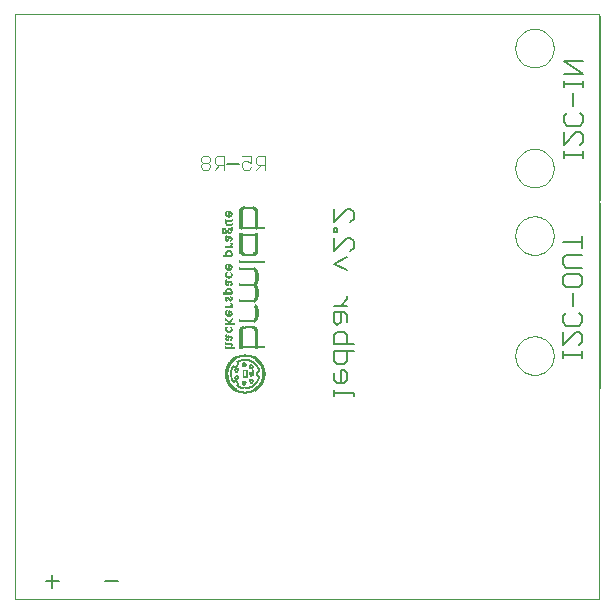
<source format=gbo>
G75*
G70*
%OFA0B0*%
%FSLAX24Y24*%
%IPPOS*%
%LPD*%
%AMOC8*
5,1,8,0,0,1.08239X$1,22.5*
%
%ADD10C,0.0000*%
%ADD11C,0.0060*%
%ADD12C,0.0050*%
%ADD13R,0.0005X0.0005*%
%ADD14R,0.0005X0.0052*%
%ADD15R,0.0005X0.0095*%
%ADD16R,0.0005X0.0124*%
%ADD17R,0.0005X0.0143*%
%ADD18R,0.0005X0.0152*%
%ADD19R,0.0005X0.0167*%
%ADD20R,0.0005X0.0048*%
%ADD21R,0.0005X0.0048*%
%ADD22R,0.0005X0.0176*%
%ADD23R,0.0005X0.0043*%
%ADD24R,0.0005X0.0067*%
%ADD25R,0.0005X0.0076*%
%ADD26R,0.0005X0.0057*%
%ADD27R,0.0005X0.0057*%
%ADD28R,0.0005X0.0038*%
%ADD29R,0.0005X0.0071*%
%ADD30R,0.0005X0.0181*%
%ADD31R,0.0005X0.0005*%
%ADD32R,0.0005X0.0081*%
%ADD33R,0.0005X0.0171*%
%ADD34R,0.0005X0.0186*%
%ADD35R,0.0005X0.0043*%
%ADD36R,0.0005X0.0067*%
%ADD37R,0.0005X0.0005*%
%ADD38R,0.0005X0.0057*%
%ADD39R,0.0005X0.0067*%
%ADD40R,0.0005X0.0062*%
%ADD41R,0.0005X0.0162*%
%ADD42R,0.0005X0.0048*%
%ADD43R,0.0005X0.0062*%
%ADD44R,0.0005X0.0248*%
%ADD45R,0.0005X0.0043*%
%ADD46R,0.0005X0.0052*%
%ADD47R,0.0005X0.0100*%
%ADD48R,0.0005X0.0086*%
%ADD49R,0.0005X0.0138*%
%ADD50R,0.0005X0.0138*%
%ADD51R,0.0005X0.0291*%
%ADD52R,0.0005X0.0081*%
%ADD53R,0.0005X0.0119*%
%ADD54R,0.0005X0.0105*%
%ADD55R,0.0005X0.0143*%
%ADD56R,0.0005X0.0143*%
%ADD57R,0.0005X0.0081*%
%ADD58R,0.0005X0.0129*%
%ADD59R,0.0005X0.0086*%
%ADD60R,0.0005X0.0329*%
%ADD61R,0.0005X0.0091*%
%ADD62R,0.0005X0.0071*%
%ADD63R,0.0005X0.0133*%
%ADD64R,0.0005X0.0124*%
%ADD65R,0.0005X0.0095*%
%ADD66R,0.0005X0.0133*%
%ADD67R,0.0005X0.0100*%
%ADD68R,0.0005X0.0367*%
%ADD69R,0.0005X0.0148*%
%ADD70R,0.0005X0.0133*%
%ADD71R,0.0005X0.0157*%
%ADD72R,0.0005X0.0176*%
%ADD73R,0.0005X0.0086*%
%ADD74R,0.0005X0.0110*%
%ADD75R,0.0005X0.0400*%
%ADD76R,0.0005X0.0167*%
%ADD77R,0.0005X0.0181*%
%ADD78R,0.0005X0.0167*%
%ADD79R,0.0005X0.0424*%
%ADD80R,0.0005X0.0019*%
%ADD81R,0.0005X0.0148*%
%ADD82R,0.0005X0.0171*%
%ADD83R,0.0005X0.0024*%
%ADD84R,0.0005X0.0062*%
%ADD85R,0.0005X0.0453*%
%ADD86R,0.0005X0.0052*%
%ADD87R,0.0005X0.0010*%
%ADD88R,0.0005X0.0010*%
%ADD89R,0.0005X0.0481*%
%ADD90R,0.0005X0.0505*%
%ADD91R,0.0005X0.0071*%
%ADD92R,0.0005X0.0024*%
%ADD93R,0.0005X0.0033*%
%ADD94R,0.0005X0.0024*%
%ADD95R,0.0005X0.0529*%
%ADD96R,0.0005X0.0029*%
%ADD97R,0.0005X0.0029*%
%ADD98R,0.0005X0.0033*%
%ADD99R,0.0005X0.0543*%
%ADD100R,0.0005X0.0014*%
%ADD101R,0.0005X0.0014*%
%ADD102R,0.0005X0.0567*%
%ADD103R,0.0005X0.0586*%
%ADD104R,0.0005X0.0605*%
%ADD105R,0.0005X0.0624*%
%ADD106R,0.0005X0.0643*%
%ADD107R,0.0005X0.0272*%
%ADD108R,0.0005X0.0267*%
%ADD109R,0.0005X0.0243*%
%ADD110R,0.0005X0.0238*%
%ADD111R,0.0005X0.0224*%
%ADD112R,0.0005X0.0224*%
%ADD113R,0.0005X0.0214*%
%ADD114R,0.0005X0.0219*%
%ADD115R,0.0005X0.0205*%
%ADD116R,0.0005X0.0200*%
%ADD117R,0.0005X0.0076*%
%ADD118R,0.0005X0.0191*%
%ADD119R,0.0005X0.0195*%
%ADD120R,0.0005X0.0186*%
%ADD121R,0.0005X0.0105*%
%ADD122R,0.0005X0.0195*%
%ADD123R,0.0005X0.0091*%
%ADD124R,0.0005X0.0200*%
%ADD125R,0.0005X0.0176*%
%ADD126R,0.0005X0.0076*%
%ADD127R,0.0005X0.0157*%
%ADD128R,0.0005X0.0162*%
%ADD129R,0.0005X0.0148*%
%ADD130R,0.0005X0.0009*%
%ADD131R,0.0005X0.0019*%
%ADD132R,0.0005X0.0033*%
%ADD133R,0.0005X0.0224*%
%ADD134R,0.0005X0.0138*%
%ADD135R,0.0005X0.0029*%
%ADD136R,0.0005X0.0257*%
%ADD137R,0.0005X0.0129*%
%ADD138R,0.0005X0.0095*%
%ADD139R,0.0005X0.0319*%
%ADD140R,0.0005X0.0129*%
%ADD141R,0.0005X0.0353*%
%ADD142R,0.0005X0.0162*%
%ADD143R,0.0005X0.0124*%
%ADD144R,0.0005X0.0119*%
%ADD145R,0.0005X0.0114*%
%ADD146R,0.0005X0.0100*%
%ADD147R,0.0005X0.0119*%
%ADD148R,0.0005X0.0090*%
%ADD149R,0.0005X0.0110*%
%ADD150R,0.0005X0.0110*%
%ADD151R,0.0005X0.0038*%
%ADD152R,0.0005X0.0157*%
%ADD153R,0.0005X0.0634*%
%ADD154R,0.0005X0.0629*%
%ADD155R,0.0005X0.0648*%
%ADD156R,0.0005X0.0657*%
%ADD157R,0.0005X0.0653*%
%ADD158R,0.0005X0.0662*%
%ADD159R,0.0005X0.0662*%
%ADD160R,0.0005X0.0672*%
%ADD161R,0.0005X0.0667*%
%ADD162R,0.0005X0.0676*%
%ADD163R,0.0005X0.0676*%
%ADD164R,0.0005X0.0681*%
%ADD165R,0.0005X0.0681*%
%ADD166R,0.0005X0.0686*%
%ADD167R,0.0005X0.0691*%
%ADD168R,0.0005X0.0696*%
%ADD169R,0.0005X0.0696*%
%ADD170R,0.0005X0.0700*%
%ADD171R,0.0005X0.0705*%
%ADD172R,0.0005X0.0700*%
%ADD173R,0.0005X0.0710*%
%ADD174R,0.0005X0.0715*%
%ADD175R,0.0005X0.0715*%
%ADD176R,0.0005X0.0715*%
%ADD177R,0.0005X0.0719*%
%ADD178R,0.0005X0.0719*%
%ADD179R,0.0005X0.0724*%
%ADD180R,0.0005X0.0105*%
%ADD181R,0.0005X0.0262*%
%ADD182R,0.0005X0.0114*%
%ADD183R,0.0005X0.0014*%
%ADD184R,0.0005X0.0172*%
%ADD185R,0.0005X0.0219*%
%ADD186R,0.0005X0.0248*%
%ADD187R,0.0005X0.0281*%
%ADD188R,0.0005X0.0329*%
%ADD189R,0.0005X0.0219*%
%ADD190R,0.0005X0.0391*%
%ADD191R,0.0005X0.0572*%
%ADD192R,0.0005X0.1100*%
%ADD193R,0.0005X0.0562*%
%ADD194R,0.0005X0.1096*%
%ADD195R,0.0005X0.0557*%
%ADD196R,0.0005X0.1086*%
%ADD197R,0.0005X0.0548*%
%ADD198R,0.0005X0.1077*%
%ADD199R,0.0005X0.0538*%
%ADD200R,0.0005X0.1062*%
%ADD201R,0.0005X0.0524*%
%ADD202R,0.0005X0.0529*%
%ADD203R,0.0005X0.0524*%
%ADD204R,0.0005X0.0514*%
%ADD205R,0.0005X0.0510*%
%ADD206R,0.0005X0.0514*%
%ADD207R,0.0005X0.0500*%
%ADD208R,0.0005X0.0500*%
%ADD209R,0.0005X0.0500*%
%ADD210R,0.0005X0.0486*%
%ADD211R,0.0005X0.0481*%
%ADD212R,0.0005X0.0472*%
%ADD213R,0.0005X0.0472*%
%ADD214R,0.0005X0.0448*%
%ADD215R,0.0005X0.0453*%
%ADD216R,0.0005X0.0434*%
%ADD217R,0.0005X0.0429*%
%ADD218R,0.0005X0.0410*%
%ADD219R,0.0005X0.0414*%
%ADD220R,0.0005X0.0386*%
%ADD221R,0.0005X0.0386*%
%ADD222R,0.0005X0.0357*%
%ADD223R,0.0005X0.0357*%
%ADD224R,0.0005X0.0643*%
%ADD225R,0.0005X0.0624*%
%ADD226R,0.0005X0.0286*%
%ADD227R,0.0005X0.0286*%
%ADD228R,0.0005X0.0243*%
%ADD229R,0.0005X0.0195*%
%ADD230R,0.0005X0.0205*%
%ADD231R,0.0005X0.0214*%
%ADD232R,0.0005X0.0229*%
%ADD233R,0.0005X0.0638*%
%ADD234R,0.0005X0.0581*%
%ADD235R,0.0005X0.0476*%
%ADD236R,0.0005X0.0362*%
%ADD237R,0.0005X0.0291*%
%ADD238R,0.0005X0.0243*%
%ADD239C,0.0040*%
%ADD240C,0.0004*%
D10*
X000180Y000680D02*
X000180Y020176D01*
X019675Y020176D01*
X019675Y000680D01*
X000180Y000680D01*
X008100Y008160D02*
X008109Y008166D01*
X008109Y008168D02*
X008100Y008168D01*
X008104Y008168D02*
X008106Y008170D01*
X008106Y008173D01*
X008104Y008175D01*
X008100Y008175D01*
X008101Y008177D02*
X008100Y008179D01*
X008100Y008182D01*
X008101Y008184D01*
X008104Y008184D01*
X008106Y008182D01*
X008106Y008179D01*
X008104Y008177D01*
X008101Y008177D01*
X008100Y008186D02*
X008106Y008186D01*
X008106Y008188D01*
X008104Y008189D01*
X008106Y008191D01*
X008104Y008192D01*
X008100Y008192D01*
X008100Y008189D02*
X008104Y008189D01*
X008104Y008195D02*
X008106Y008196D01*
X008106Y008200D01*
X008104Y008201D01*
X008103Y008201D01*
X008103Y008195D01*
X008104Y008195D02*
X008101Y008195D01*
X008100Y008196D01*
X008100Y008200D01*
X008100Y008204D02*
X008109Y008210D01*
X008106Y008212D02*
X008106Y008217D01*
X008104Y008219D01*
X008100Y008219D01*
X008101Y008221D02*
X008104Y008221D01*
X008106Y008223D01*
X008106Y008226D01*
X008104Y008227D01*
X008103Y008227D01*
X008103Y008221D01*
X008101Y008221D02*
X008100Y008223D01*
X008100Y008226D01*
X008100Y008230D02*
X008100Y008235D01*
X008101Y008236D01*
X008104Y008236D01*
X008106Y008235D01*
X008106Y008230D01*
X008097Y008230D01*
X008100Y008239D02*
X008109Y008239D01*
X008106Y008240D02*
X008106Y008243D01*
X008104Y008245D01*
X008100Y008245D01*
X008100Y008247D02*
X008100Y008251D01*
X008100Y008249D02*
X008106Y008249D01*
X008106Y008247D01*
X008109Y008249D02*
X008111Y008249D01*
X008106Y008253D02*
X008100Y008253D01*
X008103Y008253D02*
X008106Y008256D01*
X008106Y008258D01*
X008106Y008261D02*
X008101Y008261D01*
X008100Y008262D01*
X008100Y008267D01*
X008106Y008267D01*
X008104Y008269D02*
X008106Y008271D01*
X008106Y008276D01*
X008103Y008274D02*
X008103Y008271D01*
X008104Y008269D01*
X008100Y008269D02*
X008100Y008274D01*
X008101Y008276D01*
X008103Y008274D01*
X008100Y008278D02*
X008109Y008284D01*
X008109Y008287D02*
X008100Y008287D01*
X008100Y008292D01*
X008101Y008293D01*
X008104Y008293D01*
X008106Y008292D01*
X008106Y008287D01*
X008106Y008296D02*
X008100Y008296D01*
X008103Y008296D02*
X008106Y008299D01*
X008106Y008300D01*
X008106Y008303D02*
X008106Y008305D01*
X008104Y008306D01*
X008106Y008308D01*
X008104Y008309D01*
X008100Y008309D01*
X008100Y008312D02*
X008100Y008315D01*
X008100Y008313D02*
X008109Y008313D01*
X008109Y008312D01*
X008104Y008306D02*
X008100Y008306D01*
X008100Y008303D02*
X008106Y008303D01*
X008101Y008318D02*
X008103Y008319D01*
X008103Y008324D01*
X008104Y008324D02*
X008100Y008324D01*
X008100Y008319D01*
X008101Y008318D01*
X008106Y008319D02*
X008106Y008322D01*
X008104Y008324D01*
X008106Y008326D02*
X008106Y008331D01*
X008104Y008333D01*
X008101Y008333D01*
X008100Y008331D01*
X008100Y008326D01*
X008109Y008326D01*
X008101Y008335D02*
X008101Y008337D01*
X008100Y008337D01*
X008100Y008335D01*
X008101Y008335D01*
X008100Y008339D02*
X008100Y008344D01*
X008101Y008346D01*
X008104Y008346D01*
X008106Y008344D01*
X008106Y008339D01*
X008109Y008339D02*
X008100Y008339D01*
X008100Y008348D02*
X008106Y008348D01*
X008106Y008350D01*
X008104Y008351D01*
X008106Y008353D01*
X008104Y008355D01*
X008100Y008355D01*
X008100Y008357D02*
X008100Y008362D01*
X008101Y008363D01*
X008104Y008363D01*
X008106Y008362D01*
X008106Y008357D01*
X008097Y008357D01*
X008100Y008351D02*
X008104Y008351D01*
X008106Y008240D02*
X008104Y008239D01*
X008100Y008212D02*
X008106Y008212D01*
X016869Y008805D02*
X016871Y008855D01*
X016877Y008905D01*
X016887Y008954D01*
X016900Y009003D01*
X016918Y009050D01*
X016939Y009096D01*
X016963Y009139D01*
X016991Y009181D01*
X017022Y009221D01*
X017056Y009258D01*
X017093Y009292D01*
X017133Y009323D01*
X017175Y009351D01*
X017218Y009375D01*
X017264Y009396D01*
X017311Y009414D01*
X017360Y009427D01*
X017409Y009437D01*
X017459Y009443D01*
X017509Y009445D01*
X017559Y009443D01*
X017609Y009437D01*
X017658Y009427D01*
X017707Y009414D01*
X017754Y009396D01*
X017800Y009375D01*
X017843Y009351D01*
X017885Y009323D01*
X017925Y009292D01*
X017962Y009258D01*
X017996Y009221D01*
X018027Y009181D01*
X018055Y009139D01*
X018079Y009096D01*
X018100Y009050D01*
X018118Y009003D01*
X018131Y008954D01*
X018141Y008905D01*
X018147Y008855D01*
X018149Y008805D01*
X018147Y008755D01*
X018141Y008705D01*
X018131Y008656D01*
X018118Y008607D01*
X018100Y008560D01*
X018079Y008514D01*
X018055Y008471D01*
X018027Y008429D01*
X017996Y008389D01*
X017962Y008352D01*
X017925Y008318D01*
X017885Y008287D01*
X017843Y008259D01*
X017800Y008235D01*
X017754Y008214D01*
X017707Y008196D01*
X017658Y008183D01*
X017609Y008173D01*
X017559Y008167D01*
X017509Y008165D01*
X017459Y008167D01*
X017409Y008173D01*
X017360Y008183D01*
X017311Y008196D01*
X017264Y008214D01*
X017218Y008235D01*
X017175Y008259D01*
X017133Y008287D01*
X017093Y008318D01*
X017056Y008352D01*
X017022Y008389D01*
X016991Y008429D01*
X016963Y008471D01*
X016939Y008514D01*
X016918Y008560D01*
X016900Y008607D01*
X016887Y008656D01*
X016877Y008705D01*
X016871Y008755D01*
X016869Y008805D01*
X016869Y012805D02*
X016871Y012855D01*
X016877Y012905D01*
X016887Y012954D01*
X016900Y013003D01*
X016918Y013050D01*
X016939Y013096D01*
X016963Y013139D01*
X016991Y013181D01*
X017022Y013221D01*
X017056Y013258D01*
X017093Y013292D01*
X017133Y013323D01*
X017175Y013351D01*
X017218Y013375D01*
X017264Y013396D01*
X017311Y013414D01*
X017360Y013427D01*
X017409Y013437D01*
X017459Y013443D01*
X017509Y013445D01*
X017559Y013443D01*
X017609Y013437D01*
X017658Y013427D01*
X017707Y013414D01*
X017754Y013396D01*
X017800Y013375D01*
X017843Y013351D01*
X017885Y013323D01*
X017925Y013292D01*
X017962Y013258D01*
X017996Y013221D01*
X018027Y013181D01*
X018055Y013139D01*
X018079Y013096D01*
X018100Y013050D01*
X018118Y013003D01*
X018131Y012954D01*
X018141Y012905D01*
X018147Y012855D01*
X018149Y012805D01*
X018147Y012755D01*
X018141Y012705D01*
X018131Y012656D01*
X018118Y012607D01*
X018100Y012560D01*
X018079Y012514D01*
X018055Y012471D01*
X018027Y012429D01*
X017996Y012389D01*
X017962Y012352D01*
X017925Y012318D01*
X017885Y012287D01*
X017843Y012259D01*
X017800Y012235D01*
X017754Y012214D01*
X017707Y012196D01*
X017658Y012183D01*
X017609Y012173D01*
X017559Y012167D01*
X017509Y012165D01*
X017459Y012167D01*
X017409Y012173D01*
X017360Y012183D01*
X017311Y012196D01*
X017264Y012214D01*
X017218Y012235D01*
X017175Y012259D01*
X017133Y012287D01*
X017093Y012318D01*
X017056Y012352D01*
X017022Y012389D01*
X016991Y012429D01*
X016963Y012471D01*
X016939Y012514D01*
X016918Y012560D01*
X016900Y012607D01*
X016887Y012656D01*
X016877Y012705D01*
X016871Y012755D01*
X016869Y012805D01*
X016869Y015055D02*
X016871Y015105D01*
X016877Y015155D01*
X016887Y015204D01*
X016900Y015253D01*
X016918Y015300D01*
X016939Y015346D01*
X016963Y015389D01*
X016991Y015431D01*
X017022Y015471D01*
X017056Y015508D01*
X017093Y015542D01*
X017133Y015573D01*
X017175Y015601D01*
X017218Y015625D01*
X017264Y015646D01*
X017311Y015664D01*
X017360Y015677D01*
X017409Y015687D01*
X017459Y015693D01*
X017509Y015695D01*
X017559Y015693D01*
X017609Y015687D01*
X017658Y015677D01*
X017707Y015664D01*
X017754Y015646D01*
X017800Y015625D01*
X017843Y015601D01*
X017885Y015573D01*
X017925Y015542D01*
X017962Y015508D01*
X017996Y015471D01*
X018027Y015431D01*
X018055Y015389D01*
X018079Y015346D01*
X018100Y015300D01*
X018118Y015253D01*
X018131Y015204D01*
X018141Y015155D01*
X018147Y015105D01*
X018149Y015055D01*
X018147Y015005D01*
X018141Y014955D01*
X018131Y014906D01*
X018118Y014857D01*
X018100Y014810D01*
X018079Y014764D01*
X018055Y014721D01*
X018027Y014679D01*
X017996Y014639D01*
X017962Y014602D01*
X017925Y014568D01*
X017885Y014537D01*
X017843Y014509D01*
X017800Y014485D01*
X017754Y014464D01*
X017707Y014446D01*
X017658Y014433D01*
X017609Y014423D01*
X017559Y014417D01*
X017509Y014415D01*
X017459Y014417D01*
X017409Y014423D01*
X017360Y014433D01*
X017311Y014446D01*
X017264Y014464D01*
X017218Y014485D01*
X017175Y014509D01*
X017133Y014537D01*
X017093Y014568D01*
X017056Y014602D01*
X017022Y014639D01*
X016991Y014679D01*
X016963Y014721D01*
X016939Y014764D01*
X016918Y014810D01*
X016900Y014857D01*
X016887Y014906D01*
X016877Y014955D01*
X016871Y015005D01*
X016869Y015055D01*
X016869Y019055D02*
X016871Y019105D01*
X016877Y019155D01*
X016887Y019204D01*
X016900Y019253D01*
X016918Y019300D01*
X016939Y019346D01*
X016963Y019389D01*
X016991Y019431D01*
X017022Y019471D01*
X017056Y019508D01*
X017093Y019542D01*
X017133Y019573D01*
X017175Y019601D01*
X017218Y019625D01*
X017264Y019646D01*
X017311Y019664D01*
X017360Y019677D01*
X017409Y019687D01*
X017459Y019693D01*
X017509Y019695D01*
X017559Y019693D01*
X017609Y019687D01*
X017658Y019677D01*
X017707Y019664D01*
X017754Y019646D01*
X017800Y019625D01*
X017843Y019601D01*
X017885Y019573D01*
X017925Y019542D01*
X017962Y019508D01*
X017996Y019471D01*
X018027Y019431D01*
X018055Y019389D01*
X018079Y019346D01*
X018100Y019300D01*
X018118Y019253D01*
X018131Y019204D01*
X018141Y019155D01*
X018147Y019105D01*
X018149Y019055D01*
X018147Y019005D01*
X018141Y018955D01*
X018131Y018906D01*
X018118Y018857D01*
X018100Y018810D01*
X018079Y018764D01*
X018055Y018721D01*
X018027Y018679D01*
X017996Y018639D01*
X017962Y018602D01*
X017925Y018568D01*
X017885Y018537D01*
X017843Y018509D01*
X017800Y018485D01*
X017754Y018464D01*
X017707Y018446D01*
X017658Y018433D01*
X017609Y018423D01*
X017559Y018417D01*
X017509Y018415D01*
X017459Y018417D01*
X017409Y018423D01*
X017360Y018433D01*
X017311Y018446D01*
X017264Y018464D01*
X017218Y018485D01*
X017175Y018509D01*
X017133Y018537D01*
X017093Y018568D01*
X017056Y018602D01*
X017022Y018639D01*
X016991Y018679D01*
X016963Y018721D01*
X016939Y018764D01*
X016918Y018810D01*
X016900Y018857D01*
X016887Y018906D01*
X016877Y018955D01*
X016871Y019005D01*
X016869Y019055D01*
D11*
X018476Y018617D02*
X019116Y018617D01*
X019116Y018190D02*
X018476Y018617D01*
X018476Y018190D02*
X019116Y018190D01*
X019116Y017974D02*
X019116Y017761D01*
X019116Y017868D02*
X018476Y017868D01*
X018476Y017974D02*
X018476Y017761D01*
X018796Y017543D02*
X018796Y017116D01*
X019009Y016899D02*
X019116Y016792D01*
X019116Y016578D01*
X019009Y016472D01*
X018582Y016472D01*
X018476Y016578D01*
X018476Y016792D01*
X018582Y016899D01*
X018476Y016254D02*
X018476Y015827D01*
X018903Y016254D01*
X019009Y016254D01*
X019116Y016147D01*
X019116Y015934D01*
X019009Y015827D01*
X019116Y015611D02*
X019116Y015397D01*
X019116Y015504D02*
X018476Y015504D01*
X018476Y015397D02*
X018476Y015611D01*
X019097Y012809D02*
X019097Y012382D01*
X019097Y012596D02*
X018457Y012596D01*
X018563Y012165D02*
X019097Y012165D01*
X019097Y011738D02*
X018563Y011738D01*
X018457Y011844D01*
X018457Y012058D01*
X018563Y012165D01*
X018563Y011520D02*
X018990Y011520D01*
X019097Y011413D01*
X019097Y011200D01*
X018990Y011093D01*
X018563Y011093D01*
X018457Y011200D01*
X018457Y011413D01*
X018563Y011520D01*
X018777Y010876D02*
X018777Y010448D01*
X018990Y010231D02*
X019097Y010124D01*
X019097Y009911D01*
X018990Y009804D01*
X018563Y009804D01*
X018457Y009911D01*
X018457Y010124D01*
X018563Y010231D01*
X018457Y009586D02*
X018457Y009159D01*
X018884Y009586D01*
X018990Y009586D01*
X019097Y009480D01*
X019097Y009266D01*
X018990Y009159D01*
X019097Y008943D02*
X019097Y008730D01*
X019097Y008836D02*
X018457Y008836D01*
X018457Y008730D02*
X018457Y008943D01*
X011476Y008961D02*
X010835Y008961D01*
X010835Y008641D01*
X010942Y008534D01*
X011155Y008534D01*
X011262Y008641D01*
X011262Y008961D01*
X011262Y009179D02*
X011262Y009499D01*
X011155Y009606D01*
X010942Y009606D01*
X010835Y009499D01*
X010835Y009179D01*
X011476Y009179D01*
X010942Y009823D02*
X011049Y009930D01*
X011049Y010250D01*
X011155Y010250D02*
X010835Y010250D01*
X010835Y009930D01*
X010942Y009823D01*
X011262Y009930D02*
X011262Y010144D01*
X011155Y010250D01*
X011049Y010468D02*
X011262Y010681D01*
X011262Y010788D01*
X011262Y010468D02*
X010835Y010468D01*
X011262Y011650D02*
X010835Y011863D01*
X011262Y012077D01*
X011369Y012294D02*
X011476Y012401D01*
X011476Y012614D01*
X011369Y012721D01*
X011262Y012721D01*
X010835Y012294D01*
X010835Y012721D01*
X010835Y012939D02*
X010835Y013045D01*
X010942Y013045D01*
X010942Y012939D01*
X010835Y012939D01*
X010835Y013261D02*
X011262Y013688D01*
X011369Y013688D01*
X011476Y013581D01*
X011476Y013368D01*
X011369Y013261D01*
X010835Y013261D02*
X010835Y013688D01*
X007670Y015205D02*
X007243Y015205D01*
X011049Y008317D02*
X011049Y007890D01*
X011155Y007890D02*
X011262Y007996D01*
X011262Y008210D01*
X011155Y008317D01*
X011049Y008317D01*
X010835Y008210D02*
X010835Y007996D01*
X010942Y007890D01*
X011155Y007890D01*
X010835Y007674D02*
X010835Y007460D01*
X010835Y007567D02*
X011476Y007567D01*
X011476Y007460D01*
X001650Y001280D02*
X001223Y001280D01*
X001436Y001494D02*
X001436Y001067D01*
D12*
X003180Y001305D02*
X003618Y001305D01*
D13*
X007595Y007793D03*
X007657Y007845D03*
X007657Y007855D03*
X007657Y007864D03*
X007685Y009041D03*
X007685Y009050D03*
X007685Y009060D03*
X007685Y009070D03*
X007685Y009079D03*
X007685Y009089D03*
X007685Y009098D03*
X007685Y009108D03*
X007685Y009127D03*
X007685Y009146D03*
X007685Y009165D03*
X007685Y009184D03*
X007685Y009203D03*
X007685Y009222D03*
X007685Y009241D03*
X007685Y009260D03*
X007685Y009279D03*
X007685Y009298D03*
X007685Y009317D03*
X007685Y009336D03*
X007685Y009355D03*
X007685Y009374D03*
X007685Y009393D03*
X007685Y009413D03*
X007685Y009432D03*
X007685Y009451D03*
X007685Y009470D03*
X007685Y009489D03*
X007685Y009508D03*
X007685Y009527D03*
X007685Y009546D03*
X007685Y009565D03*
X007685Y009584D03*
X007685Y009603D03*
X007685Y009622D03*
X007685Y009927D03*
X007685Y009946D03*
X007685Y009965D03*
X007685Y009984D03*
X007685Y010003D03*
X007447Y010003D03*
X007447Y009984D03*
X007447Y010022D03*
X007228Y010022D03*
X007228Y010003D03*
X007228Y010041D03*
X007228Y010179D03*
X007228Y010408D03*
X007228Y010427D03*
X007409Y010484D03*
X007447Y010427D03*
X007447Y010408D03*
X007228Y010656D03*
X007228Y010718D03*
X007447Y010718D03*
X007447Y010861D03*
X007447Y010870D03*
X007447Y010880D03*
X007447Y010899D03*
X007447Y010908D03*
X007447Y010918D03*
X007685Y011128D03*
X007685Y011137D03*
X007685Y011147D03*
X007685Y011166D03*
X007685Y011175D03*
X007685Y011185D03*
X007685Y011204D03*
X007685Y011647D03*
X007685Y011656D03*
X007685Y011675D03*
X007685Y011685D03*
X007685Y011694D03*
X007685Y011713D03*
X007685Y011723D03*
X007685Y011733D03*
X007685Y011890D03*
X007685Y011899D03*
X007685Y011909D03*
X007685Y011928D03*
X007685Y011937D03*
X007685Y011947D03*
X007685Y011966D03*
X007685Y012271D03*
X007685Y012280D03*
X007685Y012290D03*
X007685Y012299D03*
X007685Y012309D03*
X007685Y012318D03*
X007685Y012328D03*
X007685Y012337D03*
X007685Y012347D03*
X007685Y012357D03*
X007685Y012366D03*
X007685Y012376D03*
X007685Y012385D03*
X007685Y012395D03*
X007685Y012404D03*
X007685Y012414D03*
X007685Y012423D03*
X007685Y012433D03*
X007685Y012442D03*
X007685Y012452D03*
X007685Y012461D03*
X007685Y012471D03*
X007685Y012480D03*
X007685Y012490D03*
X007685Y012499D03*
X007685Y012509D03*
X007685Y012518D03*
X007685Y012528D03*
X007685Y012538D03*
X007685Y012547D03*
X007685Y012557D03*
X007685Y012566D03*
X007685Y012576D03*
X007685Y012585D03*
X007685Y012595D03*
X007685Y012604D03*
X007685Y012614D03*
X007685Y012623D03*
X007685Y012633D03*
X007685Y012642D03*
X007685Y012652D03*
X007685Y012661D03*
X007685Y012671D03*
X007685Y012680D03*
X007685Y012690D03*
X007685Y012700D03*
X007685Y012709D03*
X007685Y012719D03*
X007685Y012728D03*
X007685Y012738D03*
X007685Y012747D03*
X007685Y012757D03*
X007685Y012766D03*
X007685Y012776D03*
X007685Y012785D03*
X007685Y012795D03*
X007685Y012804D03*
X007685Y012814D03*
X007685Y012823D03*
X007685Y012833D03*
X007685Y012842D03*
X007685Y012852D03*
X007685Y012861D03*
X007685Y012871D03*
X007685Y013023D03*
X007685Y013033D03*
X007685Y013043D03*
X007685Y013052D03*
X007685Y013062D03*
X007685Y013071D03*
X007685Y013081D03*
X007685Y013090D03*
X007685Y013100D03*
X007685Y013109D03*
X007685Y013119D03*
X007685Y013128D03*
X007685Y013138D03*
X007685Y013147D03*
X007685Y013157D03*
X007685Y013166D03*
X007685Y013176D03*
X007685Y013185D03*
X007685Y013195D03*
X007685Y013204D03*
X007685Y013214D03*
X007685Y013224D03*
X007685Y013233D03*
X007685Y013243D03*
X007685Y013252D03*
X007685Y013262D03*
X007685Y013271D03*
X007685Y013281D03*
X007685Y013290D03*
X007685Y013300D03*
X007685Y013309D03*
X007685Y013319D03*
X007685Y013328D03*
X007685Y013338D03*
X007685Y013347D03*
X007685Y013357D03*
X007685Y013366D03*
X007685Y013376D03*
X007685Y013385D03*
X007685Y013395D03*
X007685Y013405D03*
X007685Y013414D03*
X007685Y013424D03*
X007685Y013433D03*
X007685Y013443D03*
X007685Y013452D03*
X007685Y013462D03*
X007685Y013471D03*
X007685Y013481D03*
X007685Y013490D03*
X007685Y013500D03*
X007685Y013509D03*
X007685Y013519D03*
X007685Y013528D03*
X007685Y013538D03*
X007685Y013547D03*
X007685Y013557D03*
X007685Y013567D03*
X007685Y013576D03*
X007685Y013586D03*
X007685Y013595D03*
X007685Y013605D03*
X007685Y013614D03*
X007447Y013314D03*
X007447Y013285D03*
X007447Y013176D03*
X007447Y013166D03*
X007447Y013157D03*
X007447Y013147D03*
X007447Y013052D03*
X007447Y013043D03*
X007447Y013033D03*
X007447Y013023D03*
X007447Y013014D03*
X007447Y013004D03*
X007447Y012995D03*
X007447Y012985D03*
X007447Y012976D03*
X007447Y012966D03*
X007414Y013033D03*
X007414Y013043D03*
X007295Y012971D03*
X007152Y012966D03*
X007152Y012942D03*
X007118Y012928D03*
X007409Y012700D03*
X007409Y012680D03*
X007380Y012623D03*
X007376Y012623D03*
X007390Y012538D03*
X007409Y012499D03*
X007447Y012438D03*
X007447Y012409D03*
X007228Y012414D03*
X007228Y012423D03*
X007228Y012433D03*
X007228Y012442D03*
X007228Y012404D03*
X007261Y012195D03*
X007447Y012180D03*
X007447Y012171D03*
X007447Y012142D03*
X007447Y012133D03*
X007333Y011837D03*
X007266Y011490D03*
X007685Y010675D03*
X007685Y010656D03*
X007685Y010637D03*
X007685Y010618D03*
X007685Y010599D03*
X008228Y010832D03*
X008324Y010842D03*
X008319Y010799D03*
X008324Y010937D03*
X008324Y010946D03*
X008319Y010989D03*
X008228Y010956D03*
X008324Y011370D03*
X008324Y011380D03*
X008324Y011390D03*
X008324Y011456D03*
X008324Y011466D03*
X008319Y011518D03*
X008228Y011485D03*
X008324Y010270D03*
X008324Y010179D03*
X008228Y010160D03*
X008305Y009665D03*
X007256Y009393D03*
X007228Y009208D03*
X007228Y009189D03*
X007228Y009079D03*
X007228Y009070D03*
X007228Y009060D03*
X007228Y009050D03*
X007228Y009041D03*
X007228Y009851D03*
X007228Y009870D03*
X007261Y013233D03*
X007228Y013281D03*
X007228Y013290D03*
X007228Y013300D03*
X007228Y013309D03*
X007228Y013319D03*
X007266Y013519D03*
X007266Y013538D03*
D14*
X007280Y013457D03*
X007285Y013452D03*
X007280Y013295D03*
X007204Y013033D03*
X007118Y012962D03*
X007261Y012919D03*
X007333Y012914D03*
X007357Y012747D03*
X007323Y012671D03*
X007261Y012647D03*
X007266Y012747D03*
X007409Y012647D03*
X007380Y012428D03*
X007376Y012428D03*
X007380Y012276D03*
X007385Y012271D03*
X007390Y012271D03*
X007285Y012271D03*
X007280Y012266D03*
X007233Y011275D03*
X007280Y011013D03*
X007376Y010646D03*
X007409Y010646D03*
X007380Y010418D03*
X007376Y010418D03*
X007404Y010146D03*
X007442Y009998D03*
X007438Y009994D03*
X007418Y009979D03*
X007414Y009975D03*
X007399Y009960D03*
X007395Y009956D03*
X007376Y009941D03*
X007371Y009937D03*
X007352Y009917D03*
X007290Y009598D03*
X007395Y009065D03*
X007490Y007931D03*
X007809Y007850D03*
X008052Y007912D03*
X008219Y007855D03*
X008228Y007864D03*
X008243Y007883D03*
X007409Y013567D03*
D15*
X007233Y013526D03*
X007309Y012959D03*
X007123Y012959D03*
X007342Y012726D03*
X007781Y012826D03*
X007785Y012826D03*
X007790Y012826D03*
X007795Y012826D03*
X007800Y012826D03*
X007804Y012826D03*
X007809Y012826D03*
X007814Y012826D03*
X007819Y012826D03*
X007823Y012826D03*
X007828Y012826D03*
X007833Y012826D03*
X007838Y012826D03*
X007842Y012826D03*
X007847Y012826D03*
X007852Y012826D03*
X007857Y012826D03*
X007861Y012826D03*
X007866Y012826D03*
X007871Y012826D03*
X007876Y012826D03*
X007881Y012826D03*
X007885Y012826D03*
X007890Y012826D03*
X007895Y012826D03*
X007900Y012826D03*
X007904Y012826D03*
X007909Y012826D03*
X007914Y012826D03*
X007919Y012826D03*
X007923Y012826D03*
X007928Y012826D03*
X007933Y012826D03*
X007938Y012826D03*
X007942Y012826D03*
X007947Y012826D03*
X007952Y012826D03*
X007957Y012826D03*
X007962Y012826D03*
X007966Y012826D03*
X007971Y012826D03*
X007976Y012826D03*
X007981Y012826D03*
X007985Y012826D03*
X007990Y012826D03*
X007995Y012826D03*
X008000Y012826D03*
X008004Y012826D03*
X008009Y012826D03*
X008014Y012826D03*
X008019Y012826D03*
X008023Y012826D03*
X008028Y012826D03*
X008033Y012826D03*
X008038Y012826D03*
X008043Y012826D03*
X008047Y012826D03*
X008052Y012826D03*
X008057Y012826D03*
X008062Y012826D03*
X008066Y012826D03*
X008071Y012826D03*
X008076Y012826D03*
X008081Y012826D03*
X008085Y012826D03*
X008090Y012826D03*
X008095Y012826D03*
X008100Y012826D03*
X008104Y012826D03*
X008109Y012826D03*
X008114Y012826D03*
X008119Y012826D03*
X008124Y012826D03*
X008128Y012826D03*
X008133Y012826D03*
X008138Y012826D03*
X008143Y012826D03*
X008147Y012826D03*
X008152Y012826D03*
X008157Y012826D03*
X008162Y012826D03*
X008166Y012826D03*
X008171Y012826D03*
X008176Y012826D03*
X008181Y012826D03*
X008185Y012826D03*
X008190Y012826D03*
X008195Y012826D03*
X008200Y012826D03*
X008204Y012826D03*
X008209Y012826D03*
X008214Y012826D03*
X008214Y013069D03*
X008309Y013069D03*
X008152Y013717D03*
X008147Y013717D03*
X008138Y013721D03*
X008133Y013721D03*
X008128Y013721D03*
X008057Y013736D03*
X008047Y013736D03*
X008043Y013736D03*
X008033Y013736D03*
X008028Y013736D03*
X008023Y013736D03*
X008019Y013736D03*
X008014Y013736D03*
X008009Y013736D03*
X008004Y013736D03*
X007995Y013736D03*
X007985Y013736D03*
X007981Y013736D03*
X007976Y013736D03*
X007971Y013736D03*
X007966Y013736D03*
X007962Y013736D03*
X007957Y013736D03*
X007947Y013736D03*
X007866Y013721D03*
X007861Y013721D03*
X007857Y013721D03*
X007847Y013717D03*
X007842Y013717D03*
X007838Y012178D03*
X007852Y012173D03*
X007857Y012173D03*
X007861Y012173D03*
X007928Y012159D03*
X007933Y012159D03*
X007938Y012159D03*
X007947Y012159D03*
X007952Y012159D03*
X007962Y012159D03*
X008000Y012154D03*
X008043Y012159D03*
X008052Y012159D03*
X008057Y012159D03*
X008062Y012159D03*
X008071Y012159D03*
X008133Y012173D03*
X008138Y012173D03*
X008143Y012173D03*
X008157Y012178D03*
X007233Y011754D03*
X007690Y010630D03*
X007695Y010630D03*
X007700Y010630D03*
X007704Y010630D03*
X007709Y010630D03*
X007714Y010630D03*
X007719Y010630D03*
X007723Y010630D03*
X007728Y010630D03*
X007733Y010630D03*
X007738Y010630D03*
X007742Y010630D03*
X007747Y010630D03*
X007752Y010630D03*
X007757Y010630D03*
X007761Y010630D03*
X007766Y010630D03*
X007771Y010630D03*
X007776Y010630D03*
X007781Y010630D03*
X007785Y010630D03*
X007790Y010630D03*
X007795Y010630D03*
X007800Y010630D03*
X007804Y010630D03*
X007809Y010630D03*
X007814Y010630D03*
X007819Y010630D03*
X007823Y010630D03*
X007828Y010630D03*
X007833Y010630D03*
X007838Y010630D03*
X007842Y010630D03*
X007847Y010630D03*
X007852Y010630D03*
X007857Y010630D03*
X007861Y010630D03*
X007866Y010630D03*
X007871Y010630D03*
X007876Y010630D03*
X007881Y010630D03*
X007885Y010630D03*
X007890Y010630D03*
X007895Y010630D03*
X007900Y010630D03*
X007904Y010630D03*
X007909Y010630D03*
X007914Y010630D03*
X007919Y010630D03*
X007923Y010630D03*
X007928Y010630D03*
X007933Y010630D03*
X007938Y010630D03*
X007942Y010630D03*
X007947Y010630D03*
X007952Y010630D03*
X007957Y010630D03*
X007962Y010630D03*
X007966Y010630D03*
X007971Y010630D03*
X007976Y010630D03*
X007981Y010630D03*
X007985Y010630D03*
X007990Y010630D03*
X007995Y010630D03*
X008000Y010630D03*
X008004Y010630D03*
X008009Y010630D03*
X008014Y010630D03*
X008019Y010630D03*
X008023Y010630D03*
X008028Y010630D03*
X008033Y010630D03*
X008038Y010630D03*
X008043Y010630D03*
X008047Y010630D03*
X008052Y010630D03*
X008057Y010630D03*
X008062Y010630D03*
X008066Y010630D03*
X008071Y010630D03*
X008076Y010630D03*
X008081Y010630D03*
X008085Y010630D03*
X008090Y010630D03*
X008095Y010630D03*
X008100Y010630D03*
X008104Y010630D03*
X008109Y010630D03*
X008114Y010630D03*
X008119Y010630D03*
X008124Y010630D03*
X008128Y010630D03*
X008133Y010630D03*
X008138Y010630D03*
X008143Y010630D03*
X008147Y010630D03*
X008152Y010630D03*
X008157Y010630D03*
X008162Y010630D03*
X008171Y010630D03*
X008171Y009963D03*
X008176Y009963D03*
X008162Y009958D03*
X008157Y009958D03*
X008147Y009958D03*
X008138Y009958D03*
X008128Y009958D03*
X008119Y009958D03*
X008109Y009958D03*
X008100Y009958D03*
X008090Y009958D03*
X008081Y009958D03*
X008071Y009958D03*
X008062Y009958D03*
X008052Y009958D03*
X008043Y009958D03*
X008033Y009958D03*
X008023Y009958D03*
X008014Y009958D03*
X008004Y009958D03*
X007995Y009958D03*
X007985Y009958D03*
X007976Y009958D03*
X007966Y009958D03*
X007957Y009958D03*
X007947Y009958D03*
X007938Y009958D03*
X007928Y009958D03*
X007919Y009958D03*
X007909Y009958D03*
X007900Y009958D03*
X007890Y009958D03*
X007885Y009958D03*
X007876Y009958D03*
X007871Y009958D03*
X007861Y009958D03*
X007852Y009958D03*
X007847Y009958D03*
X007838Y009958D03*
X007833Y009958D03*
X007823Y009958D03*
X007819Y009958D03*
X007809Y009958D03*
X007804Y009958D03*
X007795Y009958D03*
X007790Y009958D03*
X007781Y009958D03*
X007776Y009958D03*
X007766Y009958D03*
X007761Y009958D03*
X007757Y009958D03*
X007747Y009958D03*
X007742Y009958D03*
X007738Y009958D03*
X007728Y009958D03*
X007723Y009958D03*
X007719Y009958D03*
X007709Y009958D03*
X007704Y009958D03*
X007700Y009958D03*
X007690Y009958D03*
X007833Y009729D03*
X007838Y009729D03*
X007847Y009734D03*
X007852Y009734D03*
X007857Y009734D03*
X007861Y009739D03*
X007866Y009739D03*
X007871Y009739D03*
X007876Y009739D03*
X007881Y009739D03*
X007885Y009744D03*
X007890Y009744D03*
X007895Y009744D03*
X007900Y009744D03*
X007904Y009744D03*
X007914Y009748D03*
X007923Y009748D03*
X007928Y009748D03*
X007933Y009748D03*
X007938Y009748D03*
X007942Y009748D03*
X007952Y009748D03*
X007990Y009753D03*
X008000Y009753D03*
X008009Y009753D03*
X008047Y009748D03*
X008057Y009748D03*
X008062Y009748D03*
X008066Y009748D03*
X008071Y009748D03*
X008076Y009748D03*
X008085Y009744D03*
X008095Y009744D03*
X008100Y009744D03*
X008104Y009744D03*
X008109Y009744D03*
X008119Y009739D03*
X008124Y009739D03*
X008128Y009739D03*
X008133Y009739D03*
X008138Y009734D03*
X008143Y009734D03*
X008147Y009734D03*
X008157Y009729D03*
X008162Y009729D03*
X008171Y009725D03*
X008171Y009081D03*
X008166Y009081D03*
X008162Y009081D03*
X008157Y009081D03*
X008152Y009081D03*
X008147Y009081D03*
X008143Y009081D03*
X008138Y009081D03*
X008133Y009081D03*
X008128Y009081D03*
X008124Y009081D03*
X008119Y009081D03*
X008114Y009081D03*
X008109Y009081D03*
X008104Y009081D03*
X008100Y009081D03*
X008095Y009081D03*
X008090Y009081D03*
X008085Y009081D03*
X008081Y009081D03*
X008076Y009081D03*
X008071Y009081D03*
X008066Y009081D03*
X008062Y009081D03*
X008057Y009081D03*
X008052Y009081D03*
X008047Y009081D03*
X008043Y009081D03*
X008038Y009081D03*
X008033Y009081D03*
X008028Y009081D03*
X008023Y009081D03*
X008019Y009081D03*
X008014Y009081D03*
X008009Y009081D03*
X008004Y009081D03*
X008000Y009081D03*
X007995Y009081D03*
X007990Y009081D03*
X007985Y009081D03*
X007981Y009081D03*
X007976Y009081D03*
X007971Y009081D03*
X007966Y009081D03*
X007962Y009081D03*
X007957Y009081D03*
X007952Y009081D03*
X007947Y009081D03*
X007942Y009081D03*
X007938Y009081D03*
X007933Y009081D03*
X007928Y009081D03*
X007923Y009081D03*
X007919Y009081D03*
X007914Y009081D03*
X007909Y009081D03*
X007904Y009081D03*
X007900Y009081D03*
X007895Y009081D03*
X007890Y009081D03*
X007885Y009081D03*
X007881Y009081D03*
X007876Y009081D03*
X007871Y009081D03*
X007866Y009081D03*
X007861Y009081D03*
X007857Y009081D03*
X007852Y009081D03*
X007847Y009081D03*
X007842Y009081D03*
X007838Y009081D03*
X007833Y009081D03*
X007828Y009081D03*
X007823Y009081D03*
X007819Y009081D03*
X007814Y009081D03*
X007809Y009081D03*
X007804Y009081D03*
X007800Y009081D03*
X007795Y009081D03*
X007790Y009081D03*
X007785Y009081D03*
X007781Y009081D03*
X007638Y008757D03*
X007628Y008753D03*
X007623Y008753D03*
X007619Y008748D03*
X007614Y008748D03*
X007609Y008743D03*
X007604Y008743D03*
X007599Y008738D03*
X007590Y008734D03*
X007580Y008729D03*
X007557Y008715D03*
X007447Y008367D03*
X007447Y008010D03*
X007561Y007662D03*
X007585Y007648D03*
X007595Y007643D03*
X007604Y007638D03*
X007614Y007633D03*
X007623Y007628D03*
X007633Y007624D03*
X007647Y007619D03*
X008033Y007948D03*
X008033Y008191D03*
X008319Y008367D03*
X008319Y008010D03*
X008185Y007652D03*
X008181Y007648D03*
X008176Y007648D03*
X008171Y007643D03*
X008166Y007643D03*
X008162Y007638D03*
X008152Y007633D03*
X008147Y007633D03*
X008143Y007628D03*
X008133Y007624D03*
X008128Y007624D03*
X008119Y007619D03*
X008185Y008729D03*
X008176Y008734D03*
X008166Y008738D03*
X008162Y008743D03*
X008157Y008743D03*
X008147Y008748D03*
X008138Y008753D03*
X008128Y008757D03*
X008176Y009081D03*
X008181Y009081D03*
X008185Y009081D03*
X008190Y009081D03*
X008195Y009081D03*
X008200Y009081D03*
X008204Y009081D03*
X008209Y009081D03*
X008214Y009081D03*
X008309Y009081D03*
X008314Y009081D03*
X008319Y009081D03*
X008324Y009081D03*
X008328Y009081D03*
X008333Y009081D03*
X008338Y009081D03*
X008343Y009081D03*
X008347Y009081D03*
X008352Y009081D03*
X008357Y009081D03*
X008362Y009081D03*
X008366Y009081D03*
X008371Y009081D03*
X008376Y009081D03*
X008381Y009081D03*
X008386Y009081D03*
X008390Y009081D03*
X008395Y009081D03*
X008400Y009081D03*
X008405Y009081D03*
X008409Y009081D03*
X008414Y009081D03*
X008419Y009081D03*
X008424Y009081D03*
X008428Y009081D03*
X008433Y009081D03*
X008438Y009081D03*
X008443Y009081D03*
X008447Y009081D03*
X008452Y009081D03*
X008457Y009081D03*
X008462Y009081D03*
X008466Y009081D03*
X008471Y009081D03*
X008476Y009081D03*
X008481Y009081D03*
X008486Y009081D03*
X008490Y009081D03*
X008495Y009081D03*
X008500Y009081D03*
X008505Y009081D03*
X008509Y009081D03*
X007423Y010501D03*
X007418Y010501D03*
X007414Y010496D03*
X007233Y009677D03*
D16*
X007428Y010692D03*
X007428Y011201D03*
X008185Y011158D03*
X008200Y010653D03*
X008333Y008610D03*
X008338Y008605D03*
X008343Y008600D03*
X008266Y008191D03*
X008333Y007767D03*
X008324Y007757D03*
X007447Y007752D03*
X007442Y007757D03*
X007438Y007762D03*
X007433Y007767D03*
X007433Y008324D03*
X007428Y008605D03*
X007433Y008610D03*
X007438Y008615D03*
X007428Y012692D03*
X007318Y012959D03*
X007128Y012959D03*
D17*
X007133Y012959D03*
X007414Y012692D03*
X007418Y012692D03*
X007418Y011744D03*
X007414Y011206D03*
D18*
X007428Y010930D03*
X007242Y010930D03*
X007261Y011487D03*
X007247Y011759D03*
X007242Y012183D03*
X007428Y012183D03*
X007233Y012959D03*
X007137Y012959D03*
X007433Y012988D03*
X007247Y013531D03*
X008195Y011158D03*
X007261Y009667D03*
X007376Y008538D03*
X007633Y008534D03*
X007371Y007848D03*
X007380Y007833D03*
X008390Y008538D03*
D19*
X007357Y007874D03*
X008219Y010013D03*
X008219Y010684D03*
X007261Y011752D03*
X007256Y011756D03*
X007142Y012957D03*
X007418Y012976D03*
X007423Y012981D03*
X007256Y013528D03*
D20*
X007290Y013450D03*
X007299Y013445D03*
X007390Y013450D03*
X007395Y013450D03*
X007399Y013455D03*
X007404Y013574D03*
X007285Y013297D03*
X007199Y013035D03*
X007166Y013035D03*
X007161Y013031D03*
X007161Y012888D03*
X007166Y012883D03*
X007204Y012883D03*
X007209Y012888D03*
X007290Y012926D03*
X007404Y013002D03*
X007314Y012654D03*
X007266Y012645D03*
X007357Y012426D03*
X007366Y012426D03*
X007371Y012426D03*
X007371Y012278D03*
X007376Y012278D03*
X007299Y012278D03*
X007295Y012278D03*
X007290Y012273D03*
X007399Y011806D03*
X007390Y011678D03*
X007290Y011678D03*
X007304Y011411D03*
X007309Y011411D03*
X007366Y011411D03*
X007371Y011411D03*
X007357Y011259D03*
X007390Y011259D03*
X007395Y011259D03*
X007266Y011259D03*
X007314Y011030D03*
X007318Y011030D03*
X007357Y011030D03*
X007361Y011030D03*
X007357Y010877D03*
X007366Y010877D03*
X007376Y010877D03*
X007385Y010877D03*
X007395Y010877D03*
X007404Y010877D03*
X007347Y010877D03*
X007337Y010877D03*
X007328Y010877D03*
X007318Y010877D03*
X007309Y010877D03*
X007299Y010877D03*
X007290Y010877D03*
X007280Y010877D03*
X007271Y010877D03*
X007223Y010877D03*
X007214Y010877D03*
X007204Y010877D03*
X007195Y010877D03*
X007185Y010877D03*
X007176Y010877D03*
X007166Y010877D03*
X007156Y010877D03*
X007147Y010877D03*
X007276Y010739D03*
X007285Y010739D03*
X007295Y010739D03*
X007228Y010687D03*
X007380Y010644D03*
X007404Y010644D03*
X007371Y010415D03*
X007366Y010415D03*
X007361Y010415D03*
X007357Y010415D03*
X007352Y010415D03*
X007399Y010263D03*
X007395Y010139D03*
X007376Y010129D03*
X007304Y010129D03*
X007285Y010139D03*
X007428Y009987D03*
X007380Y009596D03*
X007376Y009596D03*
X007299Y009596D03*
X007295Y009596D03*
X007390Y009196D03*
X007395Y009196D03*
X007447Y009148D03*
X007390Y009062D03*
X007614Y008576D03*
X007609Y008457D03*
X007604Y008453D03*
X007599Y008448D03*
X007571Y008353D03*
X007628Y008353D03*
X007628Y008272D03*
X007571Y008272D03*
X007571Y008105D03*
X007628Y008105D03*
X007628Y008024D03*
X007571Y008024D03*
X007604Y007924D03*
X007614Y007800D03*
X007814Y007843D03*
X007871Y007924D03*
X008057Y007905D03*
X008114Y007905D03*
X008114Y007986D03*
X008057Y007986D03*
X008057Y008148D03*
X008114Y008148D03*
X008114Y008229D03*
X008114Y008391D03*
X008114Y008472D03*
X008057Y008472D03*
X008052Y008467D03*
X008166Y008567D03*
X008171Y008562D03*
X008185Y008553D03*
X008190Y008548D03*
X008195Y008543D03*
X008200Y008538D03*
X008204Y008534D03*
X008209Y008529D03*
X008305Y008262D03*
X008300Y008119D03*
X008214Y007852D03*
X008209Y007848D03*
X008204Y007843D03*
X008200Y007838D03*
X008195Y007833D03*
X008190Y007829D03*
X008185Y007824D03*
X008171Y007814D03*
X008166Y007809D03*
X007495Y008448D03*
X007871Y008453D03*
D21*
X007599Y007929D03*
X007609Y007919D03*
X007495Y007929D03*
X007399Y009191D03*
X007395Y009439D03*
X007357Y009439D03*
X007266Y009439D03*
X007309Y009591D03*
X007314Y009591D03*
X007366Y009591D03*
X007433Y009991D03*
X007404Y010258D03*
X007399Y010639D03*
X007390Y010639D03*
X007266Y010639D03*
X007290Y011020D03*
X007295Y011025D03*
X007299Y011025D03*
X007371Y011025D03*
X007376Y011025D03*
X007380Y011020D03*
X007318Y011173D03*
X007366Y011668D03*
X007385Y011673D03*
X007299Y011673D03*
X007299Y012130D03*
X007295Y012130D03*
X007290Y012130D03*
X007280Y012130D03*
X007271Y012130D03*
X007309Y012130D03*
X007314Y012130D03*
X007318Y012130D03*
X007328Y012130D03*
X007333Y012130D03*
X007337Y012130D03*
X007347Y012130D03*
X007352Y012130D03*
X007357Y012130D03*
X007366Y012130D03*
X007371Y012130D03*
X007376Y012130D03*
X007385Y012130D03*
X007390Y012130D03*
X007395Y012130D03*
X007404Y012130D03*
X007361Y012283D03*
X007357Y012283D03*
X007314Y012283D03*
X007223Y012130D03*
X007214Y012130D03*
X007209Y012130D03*
X007204Y012130D03*
X007195Y012130D03*
X007190Y012130D03*
X007185Y012130D03*
X007176Y012130D03*
X007171Y012130D03*
X007166Y012130D03*
X007156Y012130D03*
X007152Y012130D03*
X007147Y012130D03*
X007399Y012745D03*
X007342Y013012D03*
X007333Y013159D03*
X007361Y013159D03*
X007390Y013159D03*
X007418Y013159D03*
X007285Y013164D03*
X007280Y013164D03*
D22*
X007147Y012962D03*
X007409Y012195D03*
X008319Y010894D03*
X008319Y010222D03*
X007247Y009408D03*
D23*
X007299Y009336D03*
X007304Y009336D03*
X007309Y009341D03*
X007318Y009589D03*
X007323Y009589D03*
X007328Y009589D03*
X007333Y009589D03*
X007337Y009589D03*
X007342Y009589D03*
X007347Y009589D03*
X007352Y009589D03*
X007357Y009589D03*
X007361Y009589D03*
X007266Y009722D03*
X007266Y009856D03*
X007261Y009856D03*
X007256Y009856D03*
X007252Y009856D03*
X007247Y009856D03*
X007242Y009856D03*
X007237Y009856D03*
X007233Y009856D03*
X007271Y009856D03*
X007276Y009856D03*
X007280Y009856D03*
X007285Y009856D03*
X007290Y009856D03*
X007295Y009856D03*
X007299Y009856D03*
X007304Y009856D03*
X007309Y009856D03*
X007314Y009856D03*
X007318Y009856D03*
X007323Y009856D03*
X007328Y009856D03*
X007333Y009856D03*
X007337Y009856D03*
X007342Y009856D03*
X007347Y009856D03*
X007352Y009856D03*
X007357Y009856D03*
X007361Y009856D03*
X007366Y009856D03*
X007371Y009856D03*
X007376Y009856D03*
X007380Y009856D03*
X007385Y009856D03*
X007390Y009856D03*
X007395Y009856D03*
X007399Y009856D03*
X007404Y009856D03*
X007409Y009856D03*
X007414Y009856D03*
X007418Y009856D03*
X007423Y009856D03*
X007428Y009856D03*
X007433Y009856D03*
X007438Y009856D03*
X007442Y009856D03*
X007447Y009856D03*
X007452Y009856D03*
X007457Y009856D03*
X007461Y009856D03*
X007466Y009856D03*
X007471Y009856D03*
X007476Y009856D03*
X007480Y009856D03*
X007485Y009856D03*
X007490Y009856D03*
X007495Y009856D03*
X007499Y009856D03*
X007504Y009856D03*
X007509Y009856D03*
X007514Y009856D03*
X007333Y010122D03*
X007323Y010122D03*
X007366Y010275D03*
X007371Y010275D03*
X007376Y010275D03*
X007385Y010270D03*
X007390Y010270D03*
X007271Y010275D03*
X007280Y010742D03*
X007290Y010742D03*
X007295Y010875D03*
X007304Y010875D03*
X007314Y010875D03*
X007323Y010875D03*
X007333Y010875D03*
X007342Y010875D03*
X007352Y010875D03*
X007361Y010875D03*
X007371Y010875D03*
X007380Y010875D03*
X007390Y010875D03*
X007399Y010875D03*
X007285Y010875D03*
X007276Y010875D03*
X007228Y010875D03*
X007218Y010875D03*
X007209Y010875D03*
X007199Y010875D03*
X007190Y010875D03*
X007180Y010875D03*
X007171Y010875D03*
X007161Y010875D03*
X007152Y010875D03*
X007304Y011027D03*
X007309Y011027D03*
X007323Y011032D03*
X007328Y011032D03*
X007333Y011032D03*
X007337Y011032D03*
X007342Y011032D03*
X007347Y011032D03*
X007352Y011032D03*
X007366Y011027D03*
X007304Y011156D03*
X007309Y011161D03*
X007314Y011166D03*
X007314Y011261D03*
X007318Y011261D03*
X007323Y011261D03*
X007328Y011261D03*
X007333Y011261D03*
X007309Y011261D03*
X007304Y011261D03*
X007299Y011261D03*
X007295Y011261D03*
X007290Y011261D03*
X007285Y011261D03*
X007280Y011261D03*
X007276Y011261D03*
X007271Y011261D03*
X007361Y011261D03*
X007366Y011261D03*
X007371Y011261D03*
X007376Y011261D03*
X007380Y011261D03*
X007385Y011261D03*
X007361Y011409D03*
X007357Y011409D03*
X007352Y011409D03*
X007347Y011409D03*
X007342Y011409D03*
X007337Y011409D03*
X007333Y011409D03*
X007328Y011409D03*
X007323Y011409D03*
X007318Y011409D03*
X007314Y011409D03*
X007318Y011666D03*
X007323Y011666D03*
X007328Y011666D03*
X007333Y011666D03*
X007361Y011666D03*
X007295Y011675D03*
X007361Y011818D03*
X007366Y011818D03*
X007380Y011813D03*
X007385Y011813D03*
X007390Y011809D03*
X007395Y011809D03*
X007399Y012128D03*
X007380Y012128D03*
X007361Y012128D03*
X007342Y012128D03*
X007323Y012128D03*
X007304Y012128D03*
X007285Y012128D03*
X007276Y012128D03*
X007228Y012128D03*
X007218Y012128D03*
X007199Y012128D03*
X007180Y012128D03*
X007161Y012128D03*
X007304Y012280D03*
X007309Y012280D03*
X007366Y012280D03*
X007361Y012423D03*
X007352Y012423D03*
X007347Y012423D03*
X007342Y012423D03*
X007337Y012423D03*
X007333Y012423D03*
X007328Y012423D03*
X007323Y012423D03*
X007318Y012423D03*
X007314Y012423D03*
X007309Y012423D03*
X007304Y012423D03*
X007299Y012423D03*
X007295Y012423D03*
X007290Y012423D03*
X007285Y012423D03*
X007280Y012423D03*
X007276Y012423D03*
X007271Y012423D03*
X007266Y012423D03*
X007261Y012423D03*
X007256Y012423D03*
X007252Y012423D03*
X007247Y012423D03*
X007242Y012423D03*
X007237Y012423D03*
X007233Y012423D03*
X007404Y012423D03*
X007409Y012423D03*
X007414Y012423D03*
X007418Y012423D03*
X007423Y012423D03*
X007428Y012423D03*
X007433Y012423D03*
X007438Y012423D03*
X007442Y012423D03*
X007409Y012528D03*
X007404Y012642D03*
X007309Y012652D03*
X007304Y012647D03*
X007299Y012642D03*
X007295Y012642D03*
X007290Y012642D03*
X007276Y012642D03*
X007271Y012642D03*
X007228Y012671D03*
X007390Y012747D03*
X007390Y012900D03*
X007385Y012900D03*
X007352Y012900D03*
X007347Y012900D03*
X007271Y012909D03*
X007266Y012914D03*
X007199Y012881D03*
X007195Y012881D03*
X007180Y012876D03*
X007176Y012881D03*
X007171Y012881D03*
X007171Y013038D03*
X007176Y013038D03*
X007180Y013038D03*
X007190Y013038D03*
X007195Y013038D03*
X007347Y013014D03*
X007390Y013014D03*
X007399Y013157D03*
X007409Y013157D03*
X007428Y013157D03*
X007438Y013157D03*
X007380Y013157D03*
X007371Y013157D03*
X007352Y013157D03*
X007342Y013157D03*
X007323Y013157D03*
X007323Y013300D03*
X007318Y013300D03*
X007314Y013300D03*
X007309Y013300D03*
X007304Y013300D03*
X007299Y013300D03*
X007295Y013300D03*
X007290Y013300D03*
X007328Y013300D03*
X007333Y013300D03*
X007337Y013300D03*
X007342Y013300D03*
X007347Y013300D03*
X007352Y013300D03*
X007357Y013300D03*
X007361Y013300D03*
X007366Y013300D03*
X007371Y013300D03*
X007376Y013300D03*
X007380Y013300D03*
X007385Y013300D03*
X007390Y013300D03*
X007395Y013300D03*
X007399Y013300D03*
X007404Y013300D03*
X007409Y013300D03*
X007414Y013300D03*
X007418Y013300D03*
X007423Y013300D03*
X007428Y013300D03*
X007433Y013300D03*
X007438Y013300D03*
X007442Y013300D03*
X007380Y013443D03*
X007376Y013443D03*
X007371Y013443D03*
X007385Y013447D03*
X007314Y013443D03*
X007309Y013443D03*
X007304Y013443D03*
X007295Y013447D03*
X007252Y013300D03*
X007247Y013300D03*
X007242Y013300D03*
X007237Y013300D03*
X007233Y013300D03*
X007380Y013586D03*
X007385Y013586D03*
X007399Y013576D03*
X008190Y010441D03*
X007514Y009060D03*
X007509Y009060D03*
X007504Y009060D03*
X007499Y009060D03*
X007495Y009060D03*
X007490Y009060D03*
X007485Y009060D03*
X007480Y009060D03*
X007476Y009060D03*
X007471Y009060D03*
X007466Y009060D03*
X007461Y009060D03*
X007457Y009060D03*
X007452Y009060D03*
X007447Y009060D03*
X007442Y009060D03*
X007438Y009060D03*
X007433Y009060D03*
X007428Y009060D03*
X007423Y009060D03*
X007385Y009060D03*
X007380Y009060D03*
X007376Y009060D03*
X007371Y009060D03*
X007366Y009060D03*
X007361Y009060D03*
X007357Y009060D03*
X007352Y009060D03*
X007347Y009060D03*
X007342Y009060D03*
X007337Y009060D03*
X007333Y009060D03*
X007328Y009060D03*
X007323Y009060D03*
X007318Y009060D03*
X007314Y009060D03*
X007309Y009060D03*
X007304Y009060D03*
X007299Y009060D03*
X007295Y009060D03*
X007290Y009060D03*
X007285Y009060D03*
X007280Y009060D03*
X007276Y009060D03*
X007271Y009060D03*
X007266Y009060D03*
X007261Y009060D03*
X007256Y009060D03*
X007252Y009060D03*
X007247Y009060D03*
X007242Y009060D03*
X007237Y009060D03*
X007233Y009060D03*
X007509Y007936D03*
X007590Y007936D03*
X007647Y007779D03*
X007657Y007774D03*
X007666Y007769D03*
X007695Y007755D03*
X007819Y007840D03*
X007857Y007836D03*
X007866Y007840D03*
X007871Y007845D03*
X007814Y007926D03*
X007776Y007883D03*
X008019Y007945D03*
X008109Y007902D03*
X008181Y007821D03*
X008176Y007817D03*
X008162Y007807D03*
X008157Y007802D03*
X008152Y007798D03*
X008147Y007798D03*
X008143Y007793D03*
X008133Y007788D03*
X008128Y007783D03*
X008119Y007779D03*
X008109Y007774D03*
X008100Y007769D03*
X008090Y007764D03*
X008071Y007755D03*
D24*
X008281Y007933D03*
X008252Y008191D03*
X008285Y008238D03*
X008281Y008443D03*
X008271Y008457D03*
X008023Y008429D03*
X008023Y008191D03*
X007781Y007886D03*
X007485Y007933D03*
X007485Y008443D03*
X007652Y008524D03*
X007781Y008491D03*
X008543Y008186D03*
X007409Y009424D03*
X007256Y009434D03*
X007233Y009367D03*
X007395Y010425D03*
X007361Y010663D03*
X007318Y010720D03*
X007261Y010725D03*
X007233Y011187D03*
X007237Y011278D03*
X007271Y011697D03*
X007399Y012435D03*
X007438Y012511D03*
X007352Y012740D03*
X007152Y012902D03*
X007233Y013212D03*
X007271Y013469D03*
X007266Y013578D03*
D25*
X007414Y013478D03*
X007152Y013012D03*
X007242Y012769D03*
X007256Y012740D03*
X007347Y012735D03*
X007404Y012249D03*
X007414Y011706D03*
X007266Y011706D03*
X007266Y011444D03*
X007242Y011278D03*
X007256Y011249D03*
X007237Y011187D03*
X007347Y011244D03*
X007404Y010996D03*
X007333Y010701D03*
X007342Y010687D03*
X007414Y010163D03*
X007266Y010163D03*
X007347Y009424D03*
X007900Y008491D03*
X008143Y008429D03*
X008295Y008419D03*
X008300Y008410D03*
X008305Y008400D03*
X008305Y007976D03*
X008300Y007967D03*
X008295Y007957D03*
X008143Y007948D03*
X007900Y007886D03*
X007471Y007957D03*
X007466Y007967D03*
X007461Y007976D03*
X007466Y008410D03*
X007471Y008419D03*
D26*
X007614Y007914D03*
X007228Y010944D03*
X007390Y011016D03*
X007261Y011254D03*
X007447Y011744D03*
X007390Y012430D03*
X007385Y012430D03*
X007214Y012892D03*
X007156Y012892D03*
X007333Y013002D03*
X007404Y013459D03*
X007409Y013464D03*
D27*
X007447Y013517D03*
X007276Y013293D03*
X007266Y013174D03*
X007209Y013026D03*
X007156Y013026D03*
X007328Y012678D03*
X007276Y012264D03*
X007271Y012259D03*
X007395Y012264D03*
X007409Y011692D03*
X007404Y011687D03*
X007395Y011425D03*
X007280Y011425D03*
X007409Y011158D03*
X007271Y011006D03*
X007309Y010730D03*
X007371Y010653D03*
D28*
X007409Y010734D03*
X007447Y010501D03*
X007380Y010272D03*
X007361Y010277D03*
X007228Y009453D03*
X007404Y009334D03*
X007814Y008657D03*
X007823Y008657D03*
X007828Y008657D03*
X007838Y008657D03*
X007871Y008662D03*
X007881Y008662D03*
X007890Y008662D03*
X007900Y008662D03*
X007923Y008657D03*
X007938Y008657D03*
X007942Y008657D03*
X007947Y008657D03*
X007952Y008657D03*
X007966Y008653D03*
X007971Y008653D03*
X007976Y008653D03*
X007990Y008648D03*
X007995Y008648D03*
X008000Y008648D03*
X008009Y008643D03*
X008014Y008643D03*
X008019Y008643D03*
X008023Y008638D03*
X008028Y008638D03*
X008033Y008638D03*
X008038Y008634D03*
X008043Y008634D03*
X008047Y008634D03*
X008052Y008629D03*
X008057Y008629D03*
X008062Y008624D03*
X008066Y008624D03*
X008076Y008619D03*
X008081Y008619D03*
X008085Y008615D03*
X008090Y008615D03*
X008095Y008610D03*
X008100Y008610D03*
X008104Y008605D03*
X008114Y008600D03*
X008124Y008596D03*
X008100Y008481D03*
X008095Y008481D03*
X008090Y008481D03*
X008081Y008481D03*
X008076Y008481D03*
X008071Y008481D03*
X008066Y008476D03*
X008062Y008476D03*
X008104Y008476D03*
X008100Y008381D03*
X008095Y008381D03*
X008081Y008381D03*
X008071Y008381D03*
X008062Y008386D03*
X008071Y008238D03*
X008076Y008238D03*
X008085Y008238D03*
X008095Y008238D03*
X008100Y008238D03*
X008062Y008233D03*
X008062Y008143D03*
X008066Y008143D03*
X008071Y008138D03*
X008076Y008138D03*
X008081Y008138D03*
X008090Y008138D03*
X008095Y008138D03*
X008100Y008138D03*
X008104Y008143D03*
X008100Y007995D03*
X008095Y007995D03*
X008076Y007995D03*
X008071Y007995D03*
X008066Y007995D03*
X008062Y007991D03*
X008062Y007900D03*
X008066Y007900D03*
X008071Y007895D03*
X008076Y007895D03*
X008081Y007895D03*
X008085Y007895D03*
X008090Y007895D03*
X008095Y007895D03*
X008100Y007895D03*
X008104Y007900D03*
X008138Y007790D03*
X008124Y007781D03*
X008114Y007776D03*
X008104Y007771D03*
X008095Y007767D03*
X008085Y007762D03*
X008081Y007757D03*
X008076Y007757D03*
X008066Y007752D03*
X008062Y007752D03*
X008057Y007748D03*
X008052Y007748D03*
X008047Y007743D03*
X008043Y007743D03*
X008038Y007743D03*
X008028Y007738D03*
X008023Y007738D03*
X008019Y007733D03*
X008014Y007733D03*
X008009Y007733D03*
X008000Y007729D03*
X007995Y007729D03*
X007990Y007729D03*
X007985Y007729D03*
X007976Y007724D03*
X007971Y007724D03*
X007966Y007724D03*
X007947Y007719D03*
X007942Y007719D03*
X007938Y007719D03*
X007928Y007719D03*
X007895Y007714D03*
X007885Y007714D03*
X007876Y007714D03*
X007842Y007719D03*
X007833Y007719D03*
X007828Y007719D03*
X007823Y007719D03*
X007804Y007724D03*
X007800Y007724D03*
X007795Y007724D03*
X007790Y007724D03*
X007776Y007729D03*
X007771Y007729D03*
X007766Y007729D03*
X007761Y007733D03*
X007757Y007733D03*
X007752Y007733D03*
X007742Y007738D03*
X007738Y007738D03*
X007733Y007738D03*
X007728Y007743D03*
X007723Y007743D03*
X007719Y007743D03*
X007714Y007748D03*
X007709Y007748D03*
X007704Y007752D03*
X007700Y007752D03*
X007690Y007757D03*
X007685Y007757D03*
X007680Y007762D03*
X007676Y007762D03*
X007671Y007767D03*
X007661Y007771D03*
X007652Y007776D03*
X007585Y007938D03*
X007580Y007938D03*
X007514Y007938D03*
X007585Y008014D03*
X007590Y008014D03*
X007595Y008014D03*
X007604Y008014D03*
X007609Y008014D03*
X007614Y008014D03*
X007619Y008019D03*
X007623Y008019D03*
X007580Y008019D03*
X007576Y008110D03*
X007585Y008114D03*
X007590Y008114D03*
X007595Y008114D03*
X007609Y008114D03*
X007614Y008114D03*
X007623Y008110D03*
X007614Y008262D03*
X007609Y008262D03*
X007604Y008262D03*
X007595Y008262D03*
X007590Y008262D03*
X007585Y008262D03*
X007580Y008267D03*
X007623Y008267D03*
X007623Y008357D03*
X007614Y008362D03*
X007609Y008362D03*
X007604Y008362D03*
X007595Y008362D03*
X007590Y008362D03*
X007585Y008362D03*
X007580Y008357D03*
X007576Y008357D03*
X007571Y008434D03*
X007566Y008434D03*
X007580Y008438D03*
X007585Y008438D03*
X007590Y008443D03*
X007533Y008434D03*
X007528Y008434D03*
X007523Y008434D03*
X007519Y008438D03*
X007514Y008438D03*
X007504Y008443D03*
X007661Y008605D03*
X007676Y008615D03*
X007680Y008615D03*
X007685Y008619D03*
X007690Y008619D03*
X007695Y008624D03*
X007700Y008624D03*
X007704Y008624D03*
X007709Y008629D03*
X007714Y008629D03*
X007719Y008634D03*
X007723Y008634D03*
X007728Y008634D03*
X007733Y008638D03*
X007738Y008638D03*
X007742Y008638D03*
X007752Y008643D03*
X007757Y008643D03*
X007766Y008648D03*
X007771Y008648D03*
X007776Y008648D03*
X007790Y008653D03*
X007795Y008653D03*
X007800Y008653D03*
X007833Y008543D03*
X007838Y008543D03*
X007842Y008543D03*
X007847Y008543D03*
X007852Y008543D03*
X007861Y008538D03*
X007823Y008538D03*
X007819Y008448D03*
X007823Y008443D03*
X007828Y008443D03*
X007833Y008443D03*
X007852Y008443D03*
X007857Y008443D03*
X007866Y008448D03*
X007842Y008300D03*
X007842Y008076D03*
X007857Y008076D03*
X007876Y008076D03*
X007895Y008076D03*
X007866Y007929D03*
X007861Y007838D03*
X007852Y007833D03*
X007847Y007833D03*
X007842Y007833D03*
X007838Y007833D03*
X007833Y007833D03*
X007823Y007838D03*
X008319Y008105D03*
X008362Y008095D03*
X008309Y008267D03*
X008319Y008272D03*
X008324Y008272D03*
X007404Y011154D03*
X007299Y011154D03*
X007228Y011182D03*
X007228Y011273D03*
X007266Y011540D03*
X007271Y011816D03*
X007371Y011816D03*
X007376Y011816D03*
X007447Y012511D03*
X007285Y012640D03*
X007228Y012764D03*
X007190Y012878D03*
X007185Y012878D03*
X007276Y012911D03*
X007280Y012911D03*
X007285Y012916D03*
X007357Y012897D03*
X007361Y012897D03*
X007366Y012897D03*
X007376Y012897D03*
X007380Y012897D03*
X007395Y013012D03*
X007385Y013016D03*
X007376Y013021D03*
X007371Y013021D03*
X007366Y013021D03*
X007352Y013016D03*
X007185Y013040D03*
X007271Y013588D03*
X007371Y013588D03*
X007376Y013588D03*
D29*
X007414Y013557D03*
X007266Y013476D03*
X007266Y013285D03*
X007214Y013019D03*
X007252Y012938D03*
X007414Y011785D03*
X007409Y011442D03*
X007414Y010656D03*
X007261Y010651D03*
X007438Y010503D03*
X007399Y010427D03*
X007409Y009622D03*
X007442Y009146D03*
X007409Y009074D03*
X007476Y007950D03*
X007480Y007940D03*
X007652Y007855D03*
X008285Y007940D03*
X008290Y007950D03*
D30*
X008424Y008481D03*
X007342Y008481D03*
X007252Y009405D03*
X007218Y012959D03*
D31*
X007447Y013305D03*
X007333Y013609D03*
X007447Y012428D03*
X007447Y012161D03*
X007447Y012123D03*
X007685Y011704D03*
X007685Y011666D03*
X007266Y011513D03*
X007261Y010942D03*
X007685Y010665D03*
X007685Y010646D03*
X007685Y010627D03*
X007685Y010608D03*
X007685Y010589D03*
X007447Y010418D03*
X007447Y010399D03*
X007228Y010399D03*
X007228Y010418D03*
X007266Y010227D03*
X007233Y009732D03*
X007266Y009694D03*
X007228Y009217D03*
X007228Y009198D03*
X007595Y008584D03*
X007399Y008279D03*
X007314Y008279D03*
X007223Y008250D03*
X007223Y008241D03*
X007223Y008145D03*
X007223Y008136D03*
X007223Y008126D03*
X008366Y008279D03*
X008457Y008136D03*
X008543Y008136D03*
X008543Y008145D03*
X008324Y010170D03*
X008228Y010284D03*
X008176Y010437D03*
X008228Y011361D03*
X008324Y011475D03*
D32*
X007304Y012962D03*
X007461Y008403D03*
X007223Y008193D03*
X008028Y008431D03*
D33*
X008419Y007890D03*
X008414Y007881D03*
X007399Y008186D03*
X007347Y007890D03*
X007418Y009124D03*
X007414Y012192D03*
X007256Y012192D03*
X007223Y012959D03*
D34*
X007228Y008188D03*
D35*
X007580Y008112D03*
X007619Y008112D03*
X007666Y008064D03*
X007595Y007931D03*
X007499Y007931D03*
X007819Y007931D03*
X007861Y007931D03*
X008019Y008188D03*
X008066Y008236D03*
X008104Y008236D03*
X008109Y008388D03*
X008057Y008388D03*
X008109Y008474D03*
X008176Y008560D03*
X008162Y008569D03*
X008152Y008579D03*
X008147Y008579D03*
X008138Y008588D03*
X008133Y008588D03*
X008119Y008598D03*
X007871Y008531D03*
X007857Y008541D03*
X007776Y008493D03*
X007861Y008445D03*
X007666Y008312D03*
X007619Y008264D03*
X007619Y008360D03*
X007595Y008445D03*
X007499Y008445D03*
X007647Y008598D03*
X007666Y008607D03*
X008109Y007988D03*
X008305Y008112D03*
X008309Y008112D03*
X008324Y008102D03*
X007314Y009346D03*
X007228Y009365D03*
X007271Y009441D03*
X007276Y009441D03*
X007280Y009441D03*
X007285Y009441D03*
X007290Y009441D03*
X007295Y009441D03*
X007299Y009441D03*
X007304Y009441D03*
X007309Y009441D03*
X007314Y009441D03*
X007318Y009441D03*
X007323Y009441D03*
X007328Y009441D03*
X007333Y009441D03*
X007361Y009441D03*
X007366Y009441D03*
X007371Y009441D03*
X007376Y009441D03*
X007380Y009441D03*
X007385Y009441D03*
X007390Y009441D03*
X007371Y009594D03*
X007304Y009594D03*
X007309Y010127D03*
X007314Y010127D03*
X007318Y010127D03*
X007328Y010127D03*
X007361Y010127D03*
X007366Y010127D03*
X007371Y010127D03*
X007347Y010413D03*
X007342Y010413D03*
X007337Y010413D03*
X007333Y010413D03*
X007328Y010413D03*
X007323Y010413D03*
X007318Y010413D03*
X007314Y010413D03*
X007309Y010413D03*
X007304Y010413D03*
X007299Y010413D03*
X007295Y010413D03*
X007290Y010413D03*
X007285Y010413D03*
X007280Y010413D03*
X007276Y010413D03*
X007271Y010413D03*
X007266Y010413D03*
X007261Y010413D03*
X007256Y010413D03*
X007252Y010413D03*
X007247Y010413D03*
X007242Y010413D03*
X007237Y010413D03*
X007233Y010413D03*
X007404Y010413D03*
X007409Y010413D03*
X007414Y010413D03*
X007418Y010413D03*
X007423Y010413D03*
X007428Y010413D03*
X007433Y010413D03*
X007438Y010413D03*
X007442Y010413D03*
X007395Y010642D03*
X007385Y010642D03*
X007380Y011671D03*
X007376Y011671D03*
X007371Y011671D03*
X007314Y011671D03*
X007309Y011671D03*
X007304Y011671D03*
X007318Y012285D03*
X007323Y012285D03*
X007328Y012285D03*
X007333Y012285D03*
X007337Y012285D03*
X007342Y012285D03*
X007347Y012285D03*
X007352Y012285D03*
X007371Y012895D03*
X007399Y013009D03*
X007395Y013162D03*
X007404Y013162D03*
X007414Y013162D03*
X007423Y013162D03*
X007433Y013162D03*
X007442Y013162D03*
X007385Y013162D03*
X007376Y013162D03*
X007366Y013162D03*
X007357Y013162D03*
X007347Y013162D03*
X007337Y013162D03*
X007328Y013162D03*
X007318Y013162D03*
X007314Y013162D03*
X007309Y013162D03*
X007304Y013162D03*
X007299Y013162D03*
X007295Y013162D03*
X007290Y013162D03*
X007390Y013581D03*
X007395Y013581D03*
D36*
X007409Y012921D03*
X007404Y011435D03*
X007409Y011244D03*
X007352Y011249D03*
X007271Y010153D03*
X007228Y009677D03*
X008023Y007948D03*
X008271Y007919D03*
D37*
X008452Y008102D03*
X008457Y008236D03*
X008457Y008245D03*
X008543Y008236D03*
X008543Y008226D03*
X008538Y008284D03*
X008247Y008198D03*
X008247Y008188D03*
X008247Y008179D03*
X007909Y008474D03*
X007657Y008512D03*
X007619Y008541D03*
X007395Y008245D03*
X007428Y008207D03*
X007428Y008198D03*
X007428Y008179D03*
X007428Y008169D03*
X007395Y008131D03*
X007314Y008102D03*
X007309Y008141D03*
X007309Y008245D03*
X007685Y009117D03*
X007685Y009136D03*
X007685Y009155D03*
X007685Y009174D03*
X007685Y009193D03*
X007685Y009212D03*
X007685Y009231D03*
X007685Y009251D03*
X007685Y009270D03*
X007685Y009289D03*
X007685Y009308D03*
X007685Y009327D03*
X007685Y009346D03*
X007685Y009365D03*
X007685Y009384D03*
X007685Y009403D03*
X007685Y009422D03*
X007685Y009441D03*
X007685Y009460D03*
X007685Y009479D03*
X007685Y009498D03*
X007685Y009517D03*
X007685Y009536D03*
X007685Y009555D03*
X007685Y009574D03*
X007685Y009594D03*
X007685Y009613D03*
X007685Y009632D03*
X007685Y009917D03*
X007685Y009937D03*
X007685Y009956D03*
X007685Y009975D03*
X007685Y009994D03*
X007447Y009994D03*
X007447Y010013D03*
X007228Y010013D03*
X007228Y010032D03*
X007228Y009994D03*
X007228Y009860D03*
X007228Y009841D03*
X007447Y010889D03*
X007447Y010927D03*
X007685Y011118D03*
X007685Y011156D03*
X007685Y011194D03*
X008324Y010927D03*
X008324Y010851D03*
X008319Y010318D03*
X008324Y010260D03*
X008319Y010127D03*
X007685Y011918D03*
X007685Y011956D03*
X007447Y012114D03*
X007447Y012152D03*
X007266Y011766D03*
X007447Y012418D03*
X007261Y013219D03*
X007447Y013295D03*
D38*
X007295Y012935D03*
X007233Y012764D03*
X007261Y012745D03*
X007256Y012649D03*
X007447Y012692D03*
X007228Y012197D03*
X007276Y011430D03*
X007399Y011430D03*
X007447Y011201D03*
X007256Y011163D03*
X007276Y011011D03*
X007395Y011011D03*
X007414Y010725D03*
X007385Y010420D03*
X007409Y010253D03*
X007447Y010201D03*
X007280Y010144D03*
X007276Y010149D03*
X007228Y010215D03*
X007233Y010015D03*
X007237Y010010D03*
X007242Y010006D03*
X007247Y010001D03*
X007252Y009996D03*
X007256Y009991D03*
X007261Y009987D03*
X007266Y009982D03*
X007271Y009977D03*
X007276Y009972D03*
X007280Y009968D03*
X007285Y009963D03*
X007290Y009958D03*
X007295Y009953D03*
X007299Y009948D03*
X007304Y009944D03*
X007309Y009939D03*
X007314Y009934D03*
X007318Y009929D03*
X007323Y009925D03*
X007328Y009920D03*
X007333Y009915D03*
X007337Y009910D03*
X007342Y009910D03*
X007347Y009915D03*
X007357Y009925D03*
X007380Y009944D03*
X007390Y009953D03*
X007399Y009610D03*
X007395Y009605D03*
X007280Y009605D03*
X007256Y009343D03*
X007409Y009339D03*
X007447Y009382D03*
X007409Y009186D03*
X007414Y009181D03*
X007399Y009067D03*
X007614Y008462D03*
X007490Y008448D03*
X007566Y008343D03*
X007566Y008281D03*
X007633Y008281D03*
X007566Y008095D03*
X007566Y008033D03*
X007633Y008033D03*
X007809Y007919D03*
X007619Y007805D03*
X008224Y007862D03*
X008233Y007871D03*
X008238Y007876D03*
X008247Y007886D03*
X008257Y007900D03*
X008357Y008086D03*
X008290Y008129D03*
X008290Y008248D03*
X008357Y008291D03*
X008257Y008476D03*
X008243Y008496D03*
X008238Y008500D03*
X008233Y008505D03*
X007904Y008491D03*
X008195Y010439D03*
D39*
X008324Y010220D03*
X007237Y009458D03*
X007228Y011497D03*
X007266Y011806D03*
D40*
X007228Y011752D03*
X007266Y012137D03*
X007266Y012252D03*
X007399Y012256D03*
X007333Y012690D03*
X007233Y012676D03*
X007237Y012766D03*
X007314Y010723D03*
X007266Y010265D03*
X007409Y010151D03*
X007447Y009675D03*
X007404Y009617D03*
X007276Y009613D03*
X007328Y009370D03*
X007404Y009070D03*
X007619Y007907D03*
X007904Y007883D03*
X008147Y007945D03*
X008252Y007893D03*
X008262Y007907D03*
X008276Y007926D03*
D41*
X007228Y012959D03*
D42*
X007337Y012907D03*
X007395Y012902D03*
X007399Y012907D03*
X007395Y012750D03*
X007280Y012640D03*
X007276Y013169D03*
X007271Y013169D03*
X007228Y013212D03*
X007366Y013440D03*
X007404Y011802D03*
X007399Y011682D03*
X007395Y011682D03*
X007380Y011416D03*
X007376Y011416D03*
X007299Y011416D03*
X007295Y011416D03*
X007266Y011154D03*
X007295Y010134D03*
X007390Y010134D03*
X007409Y009715D03*
X007385Y009601D03*
X007266Y009334D03*
X007266Y009201D03*
X007256Y009201D03*
X007247Y009201D03*
X007237Y009201D03*
X007276Y009201D03*
X007285Y009201D03*
X007295Y009201D03*
X007304Y009201D03*
X007314Y009201D03*
X007323Y009201D03*
X007333Y009201D03*
X007342Y009201D03*
X007352Y009201D03*
D43*
X007333Y009379D03*
X007261Y009436D03*
X007619Y008469D03*
X008147Y008431D03*
X008262Y008469D03*
X008276Y008450D03*
X008285Y008136D03*
X007366Y010656D03*
X007266Y010885D03*
X007266Y010999D03*
X007399Y011004D03*
X007328Y011189D03*
X007333Y011199D03*
X007447Y011494D03*
X007276Y011690D03*
X008324Y010889D03*
X007409Y012990D03*
X007261Y013181D03*
X007271Y013290D03*
X007228Y013524D03*
D44*
X007233Y008191D03*
D45*
X007576Y008269D03*
X007509Y008441D03*
X007652Y008603D03*
X007657Y008603D03*
X007671Y008612D03*
X007814Y008536D03*
X007819Y008536D03*
X007866Y008536D03*
X007814Y008450D03*
X008019Y008431D03*
X008066Y008384D03*
X008104Y008384D03*
X008109Y008231D03*
X008057Y008231D03*
X008109Y008145D03*
X008104Y007993D03*
X008314Y008107D03*
X008300Y008260D03*
X008314Y008269D03*
X008181Y008555D03*
X008157Y008574D03*
X008143Y008584D03*
X008128Y008593D03*
X008109Y008603D03*
X008071Y008622D03*
X007576Y008021D03*
X007385Y009198D03*
X007380Y009198D03*
X007376Y009198D03*
X007371Y009198D03*
X007366Y009198D03*
X007361Y009198D03*
X007357Y009198D03*
X007347Y009198D03*
X007337Y009198D03*
X007328Y009198D03*
X007318Y009198D03*
X007309Y009198D03*
X007299Y009198D03*
X007290Y009198D03*
X007280Y009198D03*
X007271Y009198D03*
X007261Y009198D03*
X007252Y009198D03*
X007242Y009198D03*
X007233Y009198D03*
X007271Y009332D03*
X007276Y009332D03*
X007280Y009332D03*
X007285Y009332D03*
X007290Y009332D03*
X007295Y009332D03*
X007299Y010132D03*
X007380Y010132D03*
X007385Y010132D03*
X007395Y010265D03*
X007295Y011151D03*
X007290Y011151D03*
X007285Y011151D03*
X007280Y011151D03*
X007276Y011151D03*
X007271Y011151D03*
X007409Y011532D03*
X007385Y012752D03*
X007380Y012752D03*
X007376Y012752D03*
X007371Y012752D03*
X007366Y012752D03*
X007361Y012752D03*
X007333Y012752D03*
X007328Y012752D03*
X007323Y012752D03*
X007318Y012752D03*
X007314Y012752D03*
X007309Y012752D03*
X007304Y012752D03*
X007299Y012752D03*
X007295Y012752D03*
X007290Y012752D03*
X007285Y012752D03*
X007280Y012752D03*
X007276Y012752D03*
X007271Y012752D03*
X007342Y012904D03*
X007357Y013019D03*
X007361Y013019D03*
X007380Y013019D03*
X007361Y013438D03*
X007333Y013438D03*
X007328Y013438D03*
X007323Y013438D03*
X007318Y013438D03*
X007361Y013590D03*
X007366Y013590D03*
D46*
X007337Y013009D03*
X007404Y012742D03*
X007318Y012661D03*
X007442Y012514D03*
X007399Y011256D03*
X007404Y011251D03*
X007323Y011180D03*
X007285Y011018D03*
X007385Y011018D03*
X007447Y010684D03*
X007442Y010503D03*
X007399Y010141D03*
X007409Y009970D03*
X007385Y009951D03*
X007366Y009932D03*
X007233Y009455D03*
X007323Y009360D03*
X007399Y009436D03*
X007404Y009189D03*
X007619Y008574D03*
X007809Y008526D03*
X007633Y008345D03*
X007633Y008098D03*
X008052Y008155D03*
X008052Y008222D03*
X008052Y007983D03*
X008247Y008488D03*
X008224Y008517D03*
X008214Y008526D03*
D47*
X008214Y008712D03*
X008209Y008712D03*
X008200Y008722D03*
X008195Y008722D03*
X008181Y008731D03*
X007890Y008493D03*
X007647Y008312D03*
X007552Y008312D03*
X007395Y008188D03*
X007552Y008064D03*
X007647Y008064D03*
X007890Y007883D03*
X008038Y008188D03*
X008133Y008188D03*
X008343Y008064D03*
X008343Y008312D03*
X007585Y008731D03*
X007571Y008722D03*
X007566Y008722D03*
X007552Y008712D03*
X007538Y008703D03*
X007433Y009146D03*
X007804Y009717D03*
X007809Y009717D03*
X008190Y009717D03*
X008181Y009965D03*
X007233Y010213D03*
X007233Y011499D03*
X007814Y012185D03*
X007819Y012185D03*
X007828Y012180D03*
X007833Y012180D03*
X008162Y012180D03*
X008166Y012180D03*
X008176Y012185D03*
X008181Y012185D03*
X008176Y011685D03*
X007242Y013214D03*
X007809Y013705D03*
X007814Y013705D03*
X007819Y013709D03*
X007823Y013709D03*
X008171Y013709D03*
X008176Y013709D03*
X008181Y013705D03*
X008185Y013705D03*
D48*
X007442Y012692D03*
X007442Y011744D03*
X007233Y010687D03*
X007828Y007571D03*
X007842Y007571D03*
X007852Y007571D03*
X007857Y007571D03*
X007861Y007571D03*
X007866Y007571D03*
X007871Y007571D03*
X007876Y007571D03*
X007881Y007571D03*
X007885Y007571D03*
X007890Y007571D03*
X007895Y007571D03*
X007900Y007571D03*
X007904Y007571D03*
X007909Y007571D03*
X007914Y007571D03*
X007923Y007571D03*
X007933Y007571D03*
D49*
X008328Y008050D03*
X008328Y008326D03*
X008371Y008565D03*
X007395Y008565D03*
X008204Y009989D03*
X007233Y010923D03*
X007438Y012990D03*
D50*
X007414Y012957D03*
X007233Y012175D03*
X007423Y011490D03*
X007418Y011485D03*
X007252Y010684D03*
X007423Y010203D03*
X007423Y009670D03*
X007247Y009675D03*
X007418Y009384D03*
X008209Y009994D03*
X007399Y007807D03*
D51*
X007414Y008188D03*
X007237Y008188D03*
D52*
X007542Y008064D03*
X007657Y008064D03*
X007657Y008312D03*
X007542Y008312D03*
X007785Y008493D03*
X007852Y008808D03*
X007861Y008808D03*
X007876Y008808D03*
X007885Y008808D03*
X007900Y008808D03*
X007909Y008808D03*
X007919Y008808D03*
X007414Y009079D03*
X007442Y009384D03*
X007237Y009365D03*
X007442Y010203D03*
X008028Y008188D03*
D53*
X008047Y007945D03*
X008119Y007945D03*
X008314Y007750D03*
X008319Y007755D03*
X008328Y007764D03*
X008309Y007745D03*
X008300Y007736D03*
X007457Y007745D03*
X007452Y007750D03*
X007423Y009146D03*
X007237Y009679D03*
X007237Y010213D03*
X007433Y010694D03*
X007442Y010913D03*
X007237Y011499D03*
X007237Y011756D03*
X007442Y012166D03*
X007252Y013214D03*
X007237Y013528D03*
X007781Y013686D03*
X008195Y010646D03*
X008214Y009698D03*
X007781Y009698D03*
D54*
X007790Y009710D03*
X008185Y009720D03*
X008200Y009710D03*
X008185Y009967D03*
X007237Y010682D03*
X008176Y011158D03*
X008185Y011678D03*
X008195Y012192D03*
X008200Y012197D03*
X007800Y012192D03*
X007795Y012197D03*
X007438Y012692D03*
X007337Y012721D03*
X007542Y008705D03*
X007528Y008696D03*
X007523Y008691D03*
X007519Y008691D03*
X007514Y008686D03*
X007509Y008681D03*
X007795Y008491D03*
X007885Y008491D03*
X008038Y008429D03*
X008324Y008353D03*
X008262Y008676D03*
X008257Y008681D03*
X008252Y008686D03*
X008243Y008691D03*
X008238Y008696D03*
X008228Y008700D03*
X008224Y008705D03*
X007885Y007886D03*
X007795Y007886D03*
X007547Y007671D03*
X007533Y007681D03*
X007528Y007686D03*
X007523Y007686D03*
X007519Y007690D03*
X007514Y007695D03*
X007495Y007709D03*
X007442Y008024D03*
X008219Y007671D03*
X008224Y007676D03*
X008233Y007681D03*
X008238Y007686D03*
X008247Y007690D03*
X008252Y007695D03*
D55*
X007418Y009667D03*
X007418Y010201D03*
X007433Y010925D03*
X007237Y010925D03*
D56*
X007418Y011201D03*
X007256Y011487D03*
X007252Y011492D03*
X007237Y012178D03*
X007433Y012178D03*
X007418Y013516D03*
X007256Y010687D03*
X008209Y010663D03*
X007252Y009672D03*
X007414Y009386D03*
X007390Y008557D03*
X007385Y008553D03*
X007385Y007829D03*
X007390Y007819D03*
X007395Y007814D03*
X008371Y007814D03*
X008376Y007819D03*
X008381Y007829D03*
X008381Y008553D03*
X008376Y008557D03*
D57*
X008028Y007945D03*
X007942Y007574D03*
X007928Y007574D03*
X007919Y007574D03*
X007847Y007574D03*
X007838Y007574D03*
X007790Y007578D03*
X007266Y009627D03*
X007433Y010503D03*
X007442Y010689D03*
X007337Y010694D03*
X007261Y010894D03*
X007261Y010989D03*
X007261Y012147D03*
X007261Y012242D03*
X007433Y012514D03*
X007237Y012676D03*
X007261Y013281D03*
D58*
X007442Y013000D03*
X007237Y012962D03*
X007428Y010203D03*
X007433Y009675D03*
X007418Y007783D03*
X007423Y007779D03*
X007428Y007774D03*
X008338Y007774D03*
X008343Y007779D03*
X008347Y007783D03*
D59*
X008309Y007986D03*
X008347Y008072D03*
X008347Y008305D03*
X008309Y008391D03*
X008062Y008781D03*
X008047Y008786D03*
X008043Y008786D03*
X008033Y008791D03*
X008028Y008791D03*
X008023Y008791D03*
X008014Y008796D03*
X008009Y008796D03*
X008004Y008796D03*
X008000Y008796D03*
X007995Y008800D03*
X007990Y008796D03*
X007985Y008800D03*
X007981Y008800D03*
X007976Y008800D03*
X007971Y008800D03*
X007966Y008800D03*
X007962Y008805D03*
X007957Y008805D03*
X007952Y008805D03*
X007947Y008805D03*
X007942Y008805D03*
X007938Y008805D03*
X007933Y008805D03*
X007928Y008805D03*
X007923Y008805D03*
X007914Y008805D03*
X007895Y008810D03*
X007890Y008810D03*
X007881Y008810D03*
X007871Y008810D03*
X007866Y008805D03*
X007857Y008805D03*
X007847Y008805D03*
X007842Y008805D03*
X007838Y008805D03*
X007833Y008805D03*
X007828Y008805D03*
X007823Y008805D03*
X007819Y008805D03*
X007814Y008805D03*
X007809Y008805D03*
X007804Y008805D03*
X007800Y008800D03*
X007795Y008800D03*
X007790Y008800D03*
X007785Y008800D03*
X007781Y008800D03*
X007776Y008800D03*
X007771Y008796D03*
X007766Y008796D03*
X007761Y008796D03*
X007757Y008796D03*
X007742Y008791D03*
X007738Y008791D03*
X007723Y008786D03*
X007719Y008786D03*
X007704Y008781D03*
X007438Y009148D03*
X007457Y008391D03*
X007457Y007986D03*
X007785Y007886D03*
X007719Y007595D03*
X007714Y007595D03*
X007728Y007590D03*
X007733Y007590D03*
X007738Y007590D03*
X007747Y007586D03*
X007752Y007586D03*
X007757Y007586D03*
X007761Y007586D03*
X007766Y007581D03*
X007771Y007581D03*
X007776Y007581D03*
X007781Y007581D03*
X007785Y007581D03*
X007800Y007576D03*
X007804Y007576D03*
X007809Y007576D03*
X007814Y007576D03*
X007819Y007576D03*
X007823Y007576D03*
X007833Y007576D03*
X007938Y007576D03*
X007947Y007576D03*
X007952Y007576D03*
X007957Y007576D03*
X007962Y007576D03*
X007966Y007576D03*
X007971Y007576D03*
X007976Y007581D03*
X007981Y007581D03*
X007985Y007581D03*
X007990Y007581D03*
X007995Y007581D03*
X008000Y007581D03*
X008009Y007586D03*
X008014Y007586D03*
X008019Y007586D03*
X008033Y007590D03*
X008038Y007590D03*
X008052Y007595D03*
X008066Y007600D03*
X007700Y007600D03*
X007442Y011201D03*
X007237Y013212D03*
X007442Y013516D03*
D60*
X008305Y011423D03*
X008524Y008188D03*
X007242Y008188D03*
D61*
X007647Y007855D03*
X007790Y007883D03*
X007895Y007883D03*
X008138Y007626D03*
X008124Y007621D03*
X008114Y007617D03*
X008109Y007617D03*
X008104Y007612D03*
X008100Y007612D03*
X008095Y007607D03*
X008090Y007607D03*
X008085Y007607D03*
X008081Y007602D03*
X008076Y007602D03*
X008071Y007602D03*
X008062Y007598D03*
X008057Y007598D03*
X008047Y007593D03*
X008043Y007593D03*
X008028Y007588D03*
X008023Y007588D03*
X008004Y007583D03*
X008157Y007636D03*
X007795Y007578D03*
X007742Y007588D03*
X007723Y007593D03*
X007709Y007598D03*
X007704Y007598D03*
X007695Y007602D03*
X007690Y007602D03*
X007685Y007602D03*
X007680Y007607D03*
X007676Y007607D03*
X007671Y007607D03*
X007666Y007612D03*
X007661Y007612D03*
X007657Y007617D03*
X007652Y007617D03*
X007642Y007621D03*
X007638Y007621D03*
X007628Y007626D03*
X007619Y007631D03*
X007609Y007636D03*
X007242Y009370D03*
X007442Y009675D03*
X007695Y009960D03*
X007714Y009960D03*
X007733Y009960D03*
X007752Y009960D03*
X007771Y009960D03*
X007785Y009960D03*
X007800Y009960D03*
X007814Y009960D03*
X007828Y009960D03*
X007842Y009960D03*
X007857Y009960D03*
X007866Y009960D03*
X007881Y009960D03*
X007895Y009960D03*
X007904Y009960D03*
X007914Y009960D03*
X007923Y009960D03*
X007933Y009960D03*
X007942Y009960D03*
X007952Y009960D03*
X007962Y009960D03*
X007971Y009960D03*
X007981Y009960D03*
X007990Y009960D03*
X008000Y009960D03*
X008009Y009960D03*
X008019Y009960D03*
X008028Y009960D03*
X008038Y009960D03*
X008047Y009960D03*
X008057Y009960D03*
X008066Y009960D03*
X008076Y009960D03*
X008085Y009960D03*
X008095Y009960D03*
X008104Y009960D03*
X008114Y009960D03*
X008124Y009960D03*
X008133Y009960D03*
X008143Y009960D03*
X008152Y009960D03*
X008166Y009960D03*
X008090Y009746D03*
X008081Y009746D03*
X008052Y009751D03*
X008043Y009751D03*
X008038Y009751D03*
X008033Y009751D03*
X008028Y009751D03*
X008023Y009751D03*
X008019Y009751D03*
X008014Y009751D03*
X008004Y009751D03*
X007995Y009751D03*
X007985Y009751D03*
X007981Y009751D03*
X007976Y009751D03*
X007971Y009751D03*
X007966Y009751D03*
X007962Y009751D03*
X007957Y009751D03*
X007947Y009751D03*
X007919Y009746D03*
X007909Y009746D03*
X008204Y010437D03*
X008047Y012156D03*
X008038Y012156D03*
X008033Y012156D03*
X008028Y012156D03*
X008023Y012156D03*
X008019Y012156D03*
X008014Y012156D03*
X008009Y012156D03*
X008004Y012156D03*
X007995Y012156D03*
X007990Y012156D03*
X007985Y012156D03*
X007981Y012156D03*
X007976Y012156D03*
X007971Y012156D03*
X007966Y012156D03*
X007957Y012156D03*
X007942Y012156D03*
X007428Y012514D03*
X007928Y013733D03*
X007933Y013733D03*
X007938Y013733D03*
X007942Y013733D03*
X007952Y013733D03*
X007990Y013738D03*
X008000Y013738D03*
X008038Y013733D03*
X008052Y013733D03*
X008062Y013733D03*
X008071Y013733D03*
D62*
X007299Y012952D03*
X007414Y010241D03*
X007242Y009460D03*
X007480Y008436D03*
X007476Y008426D03*
X008143Y008188D03*
X008290Y008426D03*
X008285Y008436D03*
D63*
X008366Y008572D03*
X008362Y008576D03*
X008357Y008586D03*
X008347Y008596D03*
X008366Y007809D03*
X008362Y007800D03*
X008357Y007795D03*
X008352Y007790D03*
X007414Y007790D03*
X007409Y007795D03*
X007404Y007800D03*
X007399Y008572D03*
X007414Y008591D03*
X007418Y008596D03*
X007423Y009382D03*
X007428Y009672D03*
X007242Y009677D03*
X007242Y010215D03*
X008214Y010430D03*
X008204Y010658D03*
X007423Y011201D03*
X008204Y011659D03*
X007438Y012173D03*
X007423Y012692D03*
X007328Y012959D03*
X007323Y012959D03*
X007242Y013531D03*
D64*
X007428Y011744D03*
X007242Y010682D03*
X007428Y009382D03*
D65*
X007690Y011158D03*
X007695Y011158D03*
X007700Y011158D03*
X007704Y011158D03*
X007709Y011158D03*
X007714Y011158D03*
X007719Y011158D03*
X007723Y011158D03*
X007728Y011158D03*
X007733Y011158D03*
X007738Y011158D03*
X007742Y011158D03*
X007747Y011158D03*
X007752Y011158D03*
X007757Y011158D03*
X007761Y011158D03*
X007766Y011158D03*
X007771Y011158D03*
X007776Y011158D03*
X007781Y011158D03*
X007785Y011158D03*
X007790Y011158D03*
X007795Y011158D03*
X007800Y011158D03*
X007804Y011158D03*
X007809Y011158D03*
X007814Y011158D03*
X007819Y011158D03*
X007823Y011158D03*
X007828Y011158D03*
X007833Y011158D03*
X007838Y011158D03*
X007842Y011158D03*
X007847Y011158D03*
X007852Y011158D03*
X007857Y011158D03*
X007861Y011158D03*
X007866Y011158D03*
X007871Y011158D03*
X007876Y011158D03*
X007881Y011158D03*
X007885Y011158D03*
X007890Y011158D03*
X007895Y011158D03*
X007900Y011158D03*
X007904Y011158D03*
X007909Y011158D03*
X007914Y011158D03*
X007919Y011158D03*
X007923Y011158D03*
X007928Y011158D03*
X007933Y011158D03*
X007938Y011158D03*
X007942Y011158D03*
X007947Y011158D03*
X007952Y011158D03*
X007957Y011158D03*
X007962Y011158D03*
X007966Y011158D03*
X007971Y011158D03*
X007976Y011158D03*
X007981Y011158D03*
X007985Y011158D03*
X007990Y011158D03*
X007995Y011158D03*
X008000Y011158D03*
X008004Y011158D03*
X008009Y011158D03*
X008014Y011158D03*
X008019Y011158D03*
X008023Y011158D03*
X008028Y011158D03*
X008033Y011158D03*
X008038Y011158D03*
X008043Y011158D03*
X008047Y011158D03*
X008052Y011158D03*
X008057Y011158D03*
X008062Y011158D03*
X008066Y011158D03*
X008071Y011158D03*
X008076Y011158D03*
X008081Y011158D03*
X008085Y011158D03*
X008090Y011158D03*
X008095Y011158D03*
X008100Y011158D03*
X008104Y011158D03*
X008109Y011158D03*
X008114Y011158D03*
X008119Y011158D03*
X008124Y011158D03*
X008128Y011158D03*
X008133Y011158D03*
X008138Y011158D03*
X008143Y011158D03*
X008147Y011158D03*
X008152Y011158D03*
X008157Y011158D03*
X008162Y011158D03*
X008166Y011158D03*
X008171Y011158D03*
X008171Y011687D03*
X008166Y011687D03*
X008157Y011687D03*
X008147Y011687D03*
X008138Y011687D03*
X008128Y011687D03*
X008119Y011687D03*
X008109Y011687D03*
X008100Y011687D03*
X008090Y011687D03*
X008081Y011687D03*
X008071Y011687D03*
X008062Y011687D03*
X008052Y011687D03*
X008043Y011687D03*
X008033Y011687D03*
X008023Y011687D03*
X008014Y011687D03*
X008004Y011687D03*
X007995Y011687D03*
X007985Y011687D03*
X007976Y011687D03*
X007966Y011687D03*
X007957Y011687D03*
X007947Y011687D03*
X007938Y011687D03*
X007928Y011687D03*
X007919Y011687D03*
X007909Y011687D03*
X007900Y011687D03*
X007890Y011687D03*
X007881Y011687D03*
X007871Y011687D03*
X007861Y011687D03*
X007852Y011687D03*
X007842Y011687D03*
X007833Y011687D03*
X007823Y011687D03*
X007814Y011687D03*
X007804Y011687D03*
X007795Y011687D03*
X007785Y011687D03*
X007776Y011687D03*
X007766Y011687D03*
X007757Y011687D03*
X007747Y011687D03*
X007738Y011687D03*
X007728Y011687D03*
X007719Y011687D03*
X007709Y011687D03*
X007700Y011687D03*
X007690Y011687D03*
X007823Y012183D03*
X008171Y012183D03*
X007242Y012678D03*
X007828Y013712D03*
X008166Y013712D03*
X007242Y011187D03*
D66*
X007247Y011492D03*
X007242Y011497D03*
X007242Y011759D03*
X007438Y010920D03*
X008190Y011158D03*
X007423Y013517D03*
D67*
X007800Y013700D03*
X007833Y013714D03*
X007838Y013714D03*
X007852Y013719D03*
X008143Y013719D03*
X008157Y013714D03*
X008162Y013714D03*
X007242Y012962D03*
X007804Y012190D03*
X007809Y012190D03*
X007842Y012175D03*
X007847Y012175D03*
X008147Y012175D03*
X008152Y012175D03*
X008185Y012190D03*
X008190Y012190D03*
X007438Y011204D03*
X007438Y010203D03*
X007823Y009727D03*
X007828Y009727D03*
X007842Y009732D03*
X008152Y009732D03*
X008166Y009727D03*
X007438Y009384D03*
X008038Y007945D03*
X008133Y007945D03*
X008228Y007678D03*
X008214Y007669D03*
X008209Y007664D03*
X008204Y007664D03*
X008200Y007659D03*
X008195Y007655D03*
X008190Y007655D03*
X007599Y007640D03*
X007590Y007645D03*
X007580Y007650D03*
X007576Y007655D03*
X007571Y007655D03*
X007566Y007659D03*
X007557Y007664D03*
X007552Y007669D03*
X007542Y007674D03*
X007538Y007678D03*
D68*
X007247Y008188D03*
D69*
X007376Y007840D03*
X007642Y007836D03*
X008386Y007836D03*
X008390Y007840D03*
X007414Y009665D03*
X007247Y010218D03*
X007414Y011485D03*
D70*
X007423Y011744D03*
X007247Y010682D03*
D71*
X007247Y010932D03*
X007252Y010218D03*
X008214Y010003D03*
X008219Y010422D03*
X008214Y010675D03*
X008214Y011642D03*
X007252Y011756D03*
X007247Y012185D03*
X007428Y012981D03*
X007252Y013528D03*
X007633Y007845D03*
X007638Y007840D03*
X008395Y007850D03*
D72*
X008538Y008188D03*
X007247Y011228D03*
X008319Y011423D03*
X007247Y012714D03*
D73*
X007247Y012950D03*
D74*
X007314Y012962D03*
X007247Y013214D03*
X007785Y013690D03*
X008209Y013690D03*
X008209Y012204D03*
X008204Y012199D03*
X007790Y012199D03*
X007785Y012204D03*
X008190Y011675D03*
X008190Y009970D03*
X008209Y009703D03*
X007428Y009146D03*
X007800Y007883D03*
X007509Y007698D03*
X007504Y007702D03*
X007499Y007707D03*
X007485Y007717D03*
X007480Y007721D03*
X008243Y007688D03*
X008257Y007698D03*
X008262Y007702D03*
X008266Y007707D03*
X008271Y007712D03*
X008276Y007712D03*
X008285Y007721D03*
X008290Y007726D03*
D75*
X008514Y008191D03*
X007252Y008191D03*
D76*
X007256Y010213D03*
X007261Y010213D03*
X007252Y010937D03*
X007418Y010937D03*
D77*
X007252Y011225D03*
X007252Y012716D03*
X007342Y007900D03*
X008424Y007900D03*
D78*
X008414Y008498D03*
X008409Y008507D03*
X007357Y008507D03*
X007352Y008498D03*
X007352Y007879D03*
X007418Y012190D03*
X007252Y012190D03*
X007261Y013524D03*
D79*
X007256Y008188D03*
D80*
X007604Y007795D03*
X007604Y008581D03*
X007390Y009320D03*
X007395Y009324D03*
X007256Y009486D03*
X007399Y009729D03*
X007280Y010287D03*
X007399Y010525D03*
X007280Y010625D03*
X007399Y010744D03*
X007395Y011144D03*
X007399Y011544D03*
X007399Y012535D03*
X007390Y012630D03*
D81*
X008209Y011651D03*
X007256Y009670D03*
X007642Y008541D03*
X008276Y008188D03*
D82*
X007414Y010939D03*
X007256Y010939D03*
X007256Y013235D03*
D83*
X007256Y012795D03*
X007256Y011304D03*
D84*
X007390Y010422D03*
X007352Y009432D03*
X008252Y008484D03*
X008266Y008465D03*
X008147Y008188D03*
X008266Y007912D03*
X007661Y008064D03*
X007538Y008064D03*
X007538Y008312D03*
X007661Y008312D03*
X007395Y012433D03*
X007409Y012738D03*
X007256Y012928D03*
X007276Y013462D03*
D85*
X008281Y011423D03*
X008505Y008188D03*
X007261Y008188D03*
D86*
X007809Y008455D03*
X008052Y008398D03*
X008219Y008522D03*
X008228Y008512D03*
X008295Y008255D03*
X008295Y008122D03*
X007318Y009355D03*
X007261Y009336D03*
X007404Y009432D03*
X007390Y009603D03*
X007285Y009603D03*
X007361Y009927D03*
X007404Y009965D03*
X007423Y009984D03*
X007290Y010137D03*
X007409Y010518D03*
X007304Y010732D03*
X007299Y010737D03*
X007271Y010737D03*
X007266Y010732D03*
X007261Y011156D03*
X007290Y011418D03*
X007285Y011423D03*
X007385Y011418D03*
X007390Y011423D03*
X007285Y011680D03*
X007280Y011685D03*
X007409Y011794D03*
X008324Y011423D03*
X007404Y012909D03*
D87*
X007414Y013054D03*
X007385Y012626D03*
X007276Y011559D03*
X007385Y011139D03*
X007285Y010291D03*
X007276Y009739D03*
X007261Y009491D03*
X007385Y009320D03*
X007657Y008524D03*
X008366Y008267D03*
D88*
X007285Y010620D03*
X007261Y011311D03*
X007395Y012535D03*
X007261Y012802D03*
D89*
X007266Y008188D03*
D90*
X007271Y008191D03*
D91*
X008352Y008298D03*
X008352Y008079D03*
X007271Y009617D03*
X008200Y010437D03*
X007352Y010675D03*
X007323Y010713D03*
X007271Y011437D03*
D92*
X007395Y012633D03*
X007271Y009732D03*
D93*
X007409Y010461D03*
X007271Y010632D03*
X007399Y011147D03*
X007409Y012471D03*
X007404Y012533D03*
X007276Y013595D03*
X007519Y007940D03*
X007609Y007798D03*
X007747Y007736D03*
X007781Y007726D03*
X007785Y007726D03*
X007809Y007721D03*
X007814Y007721D03*
X007819Y007721D03*
X007838Y007717D03*
X007847Y007717D03*
X007852Y007717D03*
X007857Y007717D03*
X007861Y007717D03*
X007866Y007717D03*
X007871Y007717D03*
X007881Y007717D03*
X007890Y007717D03*
X007900Y007717D03*
X007904Y007717D03*
X007909Y007717D03*
X007914Y007717D03*
X007919Y007717D03*
X007923Y007717D03*
X007933Y007717D03*
X007952Y007721D03*
X007957Y007721D03*
X007962Y007721D03*
X007981Y007726D03*
X008004Y007731D03*
X008033Y007740D03*
X007828Y007836D03*
D94*
X007271Y011551D03*
D95*
X007276Y008188D03*
D96*
X007909Y007886D03*
X008152Y007943D03*
X008152Y008186D03*
X008152Y008429D03*
X007909Y008495D03*
X007276Y010282D03*
X007404Y010453D03*
X007404Y010739D03*
X007404Y011544D03*
X007404Y012464D03*
D97*
X007276Y010630D03*
X008185Y010439D03*
D98*
X007399Y009327D03*
X007761Y008646D03*
X007804Y008655D03*
X007809Y008655D03*
X007819Y008655D03*
X007828Y008541D03*
X007957Y008655D03*
X007962Y008655D03*
X008004Y008646D03*
X008085Y008484D03*
X008085Y008379D03*
X008090Y008379D03*
X008076Y008379D03*
X007919Y008303D03*
X007914Y008303D03*
X007909Y008303D03*
X007904Y008303D03*
X007900Y008303D03*
X007895Y008303D03*
X007890Y008303D03*
X007885Y008303D03*
X007881Y008303D03*
X007876Y008303D03*
X007871Y008303D03*
X007866Y008303D03*
X007861Y008303D03*
X007857Y008303D03*
X007852Y008303D03*
X007847Y008303D03*
X007847Y008074D03*
X007852Y008074D03*
X007861Y008074D03*
X007866Y008074D03*
X007871Y008074D03*
X007881Y008074D03*
X007885Y008074D03*
X007890Y008074D03*
X007900Y008074D03*
X007904Y008074D03*
X007909Y008074D03*
X007914Y008074D03*
X007919Y008074D03*
X008081Y007998D03*
X008085Y007998D03*
X008090Y007998D03*
X007533Y008064D03*
X007533Y008312D03*
X007576Y008436D03*
X007609Y008579D03*
X007276Y011823D03*
D99*
X007280Y008191D03*
X008486Y008191D03*
D100*
X007599Y007793D03*
X007395Y010527D03*
X007280Y011828D03*
X007285Y011833D03*
X007285Y013605D03*
D101*
X007280Y013600D03*
X007599Y008584D03*
X008366Y008107D03*
D102*
X008481Y008188D03*
X007285Y008188D03*
D103*
X007290Y008188D03*
D104*
X007295Y008188D03*
X008471Y008188D03*
D105*
X008466Y008188D03*
X007299Y008188D03*
X008305Y009346D03*
D106*
X008300Y009355D03*
X007695Y009355D03*
X007304Y008188D03*
X007695Y013343D03*
X008300Y013343D03*
D107*
X007309Y007998D03*
D108*
X007309Y008386D03*
X008457Y008386D03*
X008457Y007995D03*
D109*
X008452Y007974D03*
X008452Y008403D03*
X007314Y007974D03*
X008314Y010894D03*
X008314Y011423D03*
D110*
X007314Y008405D03*
D111*
X007318Y007960D03*
X008447Y007960D03*
D112*
X007318Y008422D03*
D113*
X007323Y007945D03*
X008443Y007945D03*
D114*
X007323Y008434D03*
X008228Y010044D03*
X008228Y010715D03*
X008228Y011601D03*
D115*
X008438Y007931D03*
X007328Y007931D03*
D116*
X007328Y008448D03*
D117*
X007357Y010668D03*
X007328Y010706D03*
D118*
X007357Y010201D03*
X008204Y011158D03*
X008224Y011621D03*
X008428Y007910D03*
X007337Y007910D03*
X007333Y007919D03*
D119*
X007333Y008460D03*
X008433Y008460D03*
X007357Y013514D03*
X007352Y013514D03*
X007347Y013514D03*
X007342Y013514D03*
X007337Y013514D03*
D120*
X008224Y010418D03*
X008428Y008469D03*
X007337Y008469D03*
D121*
X007337Y009410D03*
X007800Y009715D03*
X008195Y009715D03*
X007438Y010692D03*
X007337Y011230D03*
X008181Y011682D03*
X007438Y013517D03*
X007804Y013702D03*
X008190Y013702D03*
D122*
X007357Y011742D03*
X007352Y011742D03*
X007347Y011742D03*
X007342Y011742D03*
X007337Y011742D03*
X008224Y010699D03*
X008224Y010027D03*
X007352Y010199D03*
X007347Y010199D03*
X007337Y010199D03*
D123*
X007428Y010503D03*
X007342Y011237D03*
X007442Y011494D03*
X007695Y011690D03*
X007704Y011690D03*
X007714Y011690D03*
X007723Y011690D03*
X007733Y011690D03*
X007742Y011690D03*
X007752Y011690D03*
X007761Y011690D03*
X007771Y011690D03*
X007781Y011690D03*
X007790Y011690D03*
X007800Y011690D03*
X007809Y011690D03*
X007819Y011690D03*
X007828Y011690D03*
X007838Y011690D03*
X007847Y011690D03*
X007857Y011690D03*
X007866Y011690D03*
X007876Y011690D03*
X007885Y011690D03*
X007895Y011690D03*
X007904Y011690D03*
X007914Y011690D03*
X007923Y011690D03*
X007933Y011690D03*
X007942Y011690D03*
X007952Y011690D03*
X007962Y011690D03*
X007971Y011690D03*
X007981Y011690D03*
X007990Y011690D03*
X008000Y011690D03*
X008009Y011690D03*
X008019Y011690D03*
X008028Y011690D03*
X008038Y011690D03*
X008047Y011690D03*
X008057Y011690D03*
X008066Y011690D03*
X008076Y011690D03*
X008085Y011690D03*
X008095Y011690D03*
X008104Y011690D03*
X008114Y011690D03*
X008124Y011690D03*
X008133Y011690D03*
X008143Y011690D03*
X008152Y011690D03*
X008162Y011690D03*
X008162Y013066D03*
X008166Y013066D03*
X008171Y013066D03*
X008176Y013066D03*
X008181Y013066D03*
X008185Y013066D03*
X008190Y013066D03*
X008195Y013066D03*
X008200Y013066D03*
X008204Y013066D03*
X008209Y013066D03*
X008157Y013066D03*
X008152Y013066D03*
X008147Y013066D03*
X008143Y013066D03*
X008138Y013066D03*
X008133Y013066D03*
X008128Y013066D03*
X008124Y013066D03*
X008119Y013066D03*
X008114Y013066D03*
X008109Y013066D03*
X008104Y013066D03*
X008100Y013066D03*
X008095Y013066D03*
X008090Y013066D03*
X008085Y013066D03*
X008081Y013066D03*
X008076Y013066D03*
X008071Y013066D03*
X008066Y013066D03*
X008062Y013066D03*
X008057Y013066D03*
X008052Y013066D03*
X008047Y013066D03*
X008043Y013066D03*
X008038Y013066D03*
X008033Y013066D03*
X008028Y013066D03*
X008023Y013066D03*
X008019Y013066D03*
X008014Y013066D03*
X008009Y013066D03*
X008004Y013066D03*
X008000Y013066D03*
X007995Y013066D03*
X007990Y013066D03*
X007985Y013066D03*
X007981Y013066D03*
X007976Y013066D03*
X007971Y013066D03*
X007966Y013066D03*
X007962Y013066D03*
X007957Y013066D03*
X007952Y013066D03*
X007947Y013066D03*
X007942Y013066D03*
X007938Y013066D03*
X007933Y013066D03*
X007928Y013066D03*
X007923Y013066D03*
X007919Y013066D03*
X007914Y013066D03*
X007909Y013066D03*
X007904Y013066D03*
X007900Y013066D03*
X007895Y013066D03*
X007890Y013066D03*
X007885Y013066D03*
X007881Y013066D03*
X007876Y013066D03*
X007871Y013066D03*
X007866Y013066D03*
X007861Y013066D03*
X007857Y013066D03*
X007852Y013066D03*
X007847Y013066D03*
X007842Y013066D03*
X007838Y013066D03*
X007833Y013066D03*
X007828Y013066D03*
X007823Y013066D03*
X007819Y013066D03*
X007814Y013066D03*
X007809Y013066D03*
X007804Y013066D03*
X007800Y013066D03*
X007795Y013066D03*
X007790Y013066D03*
X007785Y013066D03*
X007781Y013066D03*
X008314Y013066D03*
X008319Y013066D03*
X008324Y013066D03*
X008328Y013066D03*
X008333Y013066D03*
X008338Y013066D03*
X008343Y013066D03*
X008347Y013066D03*
X008352Y013066D03*
X008357Y013066D03*
X008362Y013066D03*
X008366Y013066D03*
X008371Y013066D03*
X008376Y013066D03*
X008381Y013066D03*
X008386Y013066D03*
X008390Y013066D03*
X008395Y013066D03*
X008400Y013066D03*
X008405Y013066D03*
X008409Y013066D03*
X008414Y013066D03*
X008419Y013066D03*
X008424Y013066D03*
X008428Y013066D03*
X008433Y013066D03*
X008438Y013066D03*
X008443Y013066D03*
X008447Y013066D03*
X008452Y013066D03*
X008457Y013066D03*
X008462Y013066D03*
X008466Y013066D03*
X008471Y013066D03*
X008476Y013066D03*
X008481Y013066D03*
X008486Y013066D03*
X008490Y013066D03*
X008495Y013066D03*
X008500Y013066D03*
X008505Y013066D03*
X008509Y013066D03*
X008114Y009741D03*
X007342Y009417D03*
X007652Y008765D03*
X007657Y008765D03*
X007661Y008765D03*
X007676Y008774D03*
X007680Y008774D03*
X007685Y008774D03*
X007709Y008784D03*
X007714Y008784D03*
X007747Y008793D03*
X007752Y008793D03*
X007633Y008755D03*
X008019Y008793D03*
X008052Y008784D03*
X008057Y008784D03*
X008081Y008774D03*
X008085Y008774D03*
X008090Y008774D03*
X008104Y008765D03*
X008109Y008765D03*
X008114Y008765D03*
X008133Y008755D03*
X008152Y008746D03*
X008138Y008431D03*
X008033Y008431D03*
X008138Y007945D03*
D124*
X007342Y010201D03*
D125*
X007409Y010942D03*
X008219Y011632D03*
X008419Y008488D03*
X007347Y008488D03*
D126*
X007347Y010682D03*
D127*
X007371Y008531D03*
X007366Y008522D03*
X007428Y008293D03*
X007361Y007864D03*
X007366Y007855D03*
X008281Y008188D03*
X008400Y007855D03*
X008400Y008522D03*
X008395Y008531D03*
D128*
X008405Y008515D03*
X008405Y007867D03*
X007628Y007848D03*
X007428Y008081D03*
X007361Y008515D03*
X007623Y008524D03*
X007628Y008529D03*
X007423Y010935D03*
D129*
X007380Y008546D03*
X008386Y008546D03*
D130*
X007380Y009315D03*
X007395Y009734D03*
X007395Y010749D03*
X007380Y011135D03*
X007395Y011554D03*
D131*
X007390Y011139D03*
D132*
X007399Y012638D03*
X007833Y008660D03*
X007842Y008660D03*
X007847Y008660D03*
X007852Y008660D03*
X007857Y008660D03*
X007861Y008660D03*
X007866Y008660D03*
X007876Y008660D03*
X007885Y008660D03*
X007895Y008660D03*
X007904Y008660D03*
X007909Y008660D03*
X007914Y008660D03*
X007919Y008660D03*
X007928Y008660D03*
X007933Y008660D03*
X007981Y008650D03*
X007985Y008650D03*
X007785Y008650D03*
X007781Y008650D03*
X007747Y008641D03*
X007838Y008441D03*
X007842Y008441D03*
X007847Y008441D03*
X007599Y008364D03*
X007561Y008431D03*
X007557Y008431D03*
X007552Y008431D03*
X007547Y008431D03*
X007542Y008431D03*
X007538Y008431D03*
X007599Y008260D03*
X007599Y008117D03*
X007604Y008117D03*
X007599Y008012D03*
X007561Y007945D03*
X007557Y007945D03*
X007552Y007945D03*
X007547Y007945D03*
X007542Y007945D03*
X007538Y007945D03*
X007838Y007936D03*
X007842Y007936D03*
X007847Y007936D03*
X008085Y008136D03*
X008081Y008241D03*
X008090Y008241D03*
X008362Y008279D03*
D133*
X007404Y008188D03*
D134*
X007404Y008579D03*
X008271Y008188D03*
D135*
X007404Y009725D03*
X007404Y010525D03*
D136*
X007409Y008186D03*
D137*
X007409Y008584D03*
X007423Y008603D03*
X008200Y011666D03*
D138*
X008200Y011930D03*
X008204Y011930D03*
X008209Y011930D03*
X008214Y011930D03*
X008219Y011930D03*
X008224Y011930D03*
X008228Y011930D03*
X008233Y011930D03*
X008238Y011930D03*
X008243Y011930D03*
X008247Y011930D03*
X008252Y011930D03*
X008257Y011930D03*
X008262Y011930D03*
X008266Y011930D03*
X008271Y011930D03*
X008276Y011930D03*
X008281Y011930D03*
X008285Y011930D03*
X008290Y011930D03*
X008295Y011930D03*
X008300Y011930D03*
X008305Y011930D03*
X008309Y011930D03*
X008314Y011930D03*
X008319Y011930D03*
X008324Y011930D03*
X008328Y011930D03*
X008333Y011930D03*
X008338Y011930D03*
X008343Y011930D03*
X008347Y011930D03*
X008352Y011930D03*
X008357Y011930D03*
X008362Y011930D03*
X008366Y011930D03*
X008371Y011930D03*
X008376Y011930D03*
X008381Y011930D03*
X008386Y011930D03*
X008390Y011930D03*
X008395Y011930D03*
X008400Y011930D03*
X008405Y011930D03*
X008409Y011930D03*
X008414Y011930D03*
X008419Y011930D03*
X008424Y011930D03*
X008428Y011930D03*
X008433Y011930D03*
X008438Y011930D03*
X008443Y011930D03*
X008447Y011930D03*
X008452Y011930D03*
X008457Y011930D03*
X008462Y011930D03*
X008466Y011930D03*
X008471Y011930D03*
X008476Y011930D03*
X008481Y011930D03*
X008486Y011930D03*
X008490Y011930D03*
X008495Y011930D03*
X008500Y011930D03*
X008505Y011930D03*
X008509Y011930D03*
X008195Y011930D03*
X008190Y011930D03*
X008185Y011930D03*
X008181Y011930D03*
X008176Y011930D03*
X008171Y011930D03*
X008166Y011930D03*
X008162Y011930D03*
X008157Y011930D03*
X008152Y011930D03*
X008147Y011930D03*
X008143Y011930D03*
X008138Y011930D03*
X008133Y011930D03*
X008128Y011930D03*
X008124Y011930D03*
X008119Y011930D03*
X008114Y011930D03*
X008109Y011930D03*
X008104Y011930D03*
X008100Y011930D03*
X008095Y011930D03*
X008090Y011930D03*
X008085Y011930D03*
X008081Y011930D03*
X008076Y011930D03*
X008071Y011930D03*
X008066Y011930D03*
X008062Y011930D03*
X008057Y011930D03*
X008052Y011930D03*
X008047Y011930D03*
X008043Y011930D03*
X008038Y011930D03*
X008033Y011930D03*
X008028Y011930D03*
X008023Y011930D03*
X008019Y011930D03*
X008014Y011930D03*
X008009Y011930D03*
X008004Y011930D03*
X008000Y011930D03*
X007995Y011930D03*
X007990Y011930D03*
X007985Y011930D03*
X007981Y011930D03*
X007976Y011930D03*
X007971Y011930D03*
X007966Y011930D03*
X007962Y011930D03*
X007957Y011930D03*
X007952Y011930D03*
X007947Y011930D03*
X007942Y011930D03*
X007938Y011930D03*
X007933Y011930D03*
X007928Y011930D03*
X007923Y011930D03*
X007919Y011930D03*
X007914Y011930D03*
X007909Y011930D03*
X007904Y011930D03*
X007900Y011930D03*
X007895Y011930D03*
X007890Y011930D03*
X007885Y011930D03*
X007881Y011930D03*
X007876Y011930D03*
X007871Y011930D03*
X007866Y011930D03*
X007861Y011930D03*
X007857Y011930D03*
X007852Y011930D03*
X007847Y011930D03*
X007842Y011930D03*
X007838Y011930D03*
X007833Y011930D03*
X007828Y011930D03*
X007823Y011930D03*
X007819Y011930D03*
X007814Y011930D03*
X007809Y011930D03*
X007804Y011930D03*
X007800Y011930D03*
X007795Y011930D03*
X007790Y011930D03*
X007785Y011930D03*
X007781Y011930D03*
X007776Y011930D03*
X007771Y011930D03*
X007766Y011930D03*
X007761Y011930D03*
X007757Y011930D03*
X007752Y011930D03*
X007747Y011930D03*
X007742Y011930D03*
X007738Y011930D03*
X007733Y011930D03*
X007728Y011930D03*
X007723Y011930D03*
X007719Y011930D03*
X007714Y011930D03*
X007709Y011930D03*
X007704Y011930D03*
X007700Y011930D03*
X007695Y011930D03*
X007690Y011930D03*
X007866Y012168D03*
X007871Y012168D03*
X007876Y012168D03*
X007881Y012168D03*
X007890Y012164D03*
X007895Y012164D03*
X007900Y012164D03*
X007909Y012164D03*
X008090Y012164D03*
X008095Y012164D03*
X008100Y012164D03*
X008104Y012164D03*
X008114Y012168D03*
X008119Y012168D03*
X008124Y012168D03*
X008128Y012168D03*
X007423Y012511D03*
X007418Y012507D03*
X007414Y012507D03*
X007876Y013726D03*
X007881Y013726D03*
X007885Y013726D03*
X007890Y013726D03*
X007895Y013726D03*
X007900Y013731D03*
X007909Y013731D03*
X007914Y013731D03*
X007919Y013731D03*
X007923Y013731D03*
X008066Y013731D03*
X008076Y013731D03*
X008081Y013731D03*
X008085Y013731D03*
X008090Y013731D03*
X008095Y013731D03*
X008104Y013726D03*
X008109Y013726D03*
X008114Y013726D03*
X008119Y013726D03*
X008176Y010634D03*
D139*
X007418Y008188D03*
D140*
X007433Y008055D03*
X008333Y008055D03*
X008333Y008322D03*
X008352Y008588D03*
X007423Y010689D03*
X007418Y010689D03*
X007428Y011490D03*
X007433Y011494D03*
D141*
X007423Y008191D03*
D142*
X007623Y007852D03*
X008409Y007871D03*
X007423Y012187D03*
D143*
X007428Y013517D03*
X008200Y009982D03*
D144*
X007433Y009384D03*
X007466Y008646D03*
X007457Y008636D03*
X007447Y008626D03*
X007561Y008312D03*
X007638Y008312D03*
X007804Y008493D03*
X007876Y008493D03*
X008047Y008188D03*
X008119Y008188D03*
X007876Y007883D03*
X007804Y007883D03*
X007638Y008064D03*
X007561Y008064D03*
X008300Y008646D03*
X008309Y008636D03*
X008319Y008626D03*
X008328Y008617D03*
X008195Y011671D03*
X008214Y012209D03*
X007781Y012209D03*
D145*
X007433Y012692D03*
X007433Y013516D03*
X008214Y013683D03*
X007433Y011744D03*
X007438Y011497D03*
X007433Y011201D03*
X008181Y011158D03*
X007433Y010201D03*
X007785Y009705D03*
X007438Y009677D03*
X008195Y009977D03*
X008285Y008657D03*
X008290Y008653D03*
X008295Y008648D03*
X008124Y008429D03*
X008124Y008191D03*
X008124Y007948D03*
X008338Y008062D03*
X008305Y007738D03*
X008295Y007729D03*
X008281Y007719D03*
X007490Y007714D03*
X007476Y007724D03*
X007471Y007729D03*
X007466Y007733D03*
X007461Y007738D03*
X007438Y008038D03*
X007438Y008338D03*
X007476Y008653D03*
X007480Y008657D03*
X007485Y008662D03*
X007881Y008491D03*
D146*
X008133Y008431D03*
X008233Y008698D03*
X008219Y008707D03*
X008204Y008717D03*
X008190Y008727D03*
X008171Y008736D03*
X007595Y008736D03*
X007576Y008727D03*
X007561Y008717D03*
X007547Y008707D03*
X007533Y008698D03*
X007442Y008355D03*
X008324Y008021D03*
X008181Y009722D03*
X008176Y009722D03*
X007819Y009722D03*
X007814Y009722D03*
X008181Y010637D03*
X007438Y011747D03*
D147*
X007461Y008641D03*
X007452Y008631D03*
X007442Y008622D03*
X008047Y008431D03*
X008119Y008431D03*
X008338Y008317D03*
X008324Y008622D03*
X008314Y008631D03*
X008305Y008641D03*
D148*
X008143Y008750D03*
X008124Y008760D03*
X008119Y008760D03*
X008100Y008769D03*
X008095Y008769D03*
X008076Y008779D03*
X008071Y008779D03*
X008066Y008779D03*
X008038Y008788D03*
X007904Y008808D03*
X007733Y008788D03*
X007728Y008788D03*
X007700Y008779D03*
X007695Y008779D03*
X007690Y008779D03*
X007671Y008769D03*
X007666Y008769D03*
X007647Y008760D03*
X007642Y008760D03*
X007647Y008522D03*
X007790Y008493D03*
X007895Y008493D03*
X007652Y008312D03*
X007547Y008312D03*
X007452Y008379D03*
X007547Y008064D03*
X007652Y008064D03*
X007452Y007998D03*
X008138Y008188D03*
X008257Y008188D03*
X008314Y007998D03*
X008314Y008379D03*
X008166Y010632D03*
X008085Y012161D03*
X008081Y012161D03*
X008076Y012161D03*
X008066Y012161D03*
X008109Y012166D03*
X007923Y012161D03*
X007919Y012161D03*
X007914Y012161D03*
X007904Y012161D03*
X007885Y012166D03*
X007871Y013724D03*
X007904Y013729D03*
X008100Y013729D03*
X008124Y013724D03*
D149*
X007795Y009713D03*
X007504Y008679D03*
X007495Y008669D03*
X007471Y008650D03*
X008043Y008431D03*
X008128Y008431D03*
X008281Y008660D03*
X008271Y008669D03*
X008247Y008688D03*
X008128Y007945D03*
X008043Y007945D03*
D150*
X008043Y008188D03*
X008128Y008188D03*
X008262Y008188D03*
X007800Y008493D03*
X007642Y008312D03*
X007557Y008312D03*
X007557Y008064D03*
X007642Y008064D03*
X007490Y008665D03*
X007499Y008674D03*
X008266Y008674D03*
X008276Y008665D03*
X008204Y009708D03*
X008209Y010432D03*
X008190Y010642D03*
D151*
X007857Y007933D03*
X007852Y007933D03*
X007833Y007933D03*
X007828Y007933D03*
X007823Y007933D03*
X007576Y007943D03*
X007571Y007943D03*
X007566Y007943D03*
X007533Y007943D03*
X007528Y007943D03*
X007523Y007943D03*
X007504Y007933D03*
D152*
X007638Y008536D03*
D153*
X007690Y009351D03*
D154*
X007690Y012559D03*
X008305Y012559D03*
X007690Y013335D03*
D155*
X007695Y012549D03*
D156*
X007700Y009363D03*
D157*
X008295Y009360D03*
X008295Y012547D03*
X007700Y012547D03*
X007700Y013347D03*
X008295Y013347D03*
D158*
X008290Y012542D03*
X007704Y012542D03*
X007704Y009365D03*
X008290Y009365D03*
D159*
X008290Y013352D03*
X007704Y013352D03*
D160*
X007714Y013357D03*
X008281Y013357D03*
X007709Y012538D03*
X007709Y009370D03*
X008285Y009370D03*
D161*
X008285Y012540D03*
X008285Y013355D03*
X007709Y013355D03*
D162*
X007714Y009372D03*
X008281Y009372D03*
D163*
X008281Y012535D03*
X007714Y012535D03*
D164*
X007719Y013362D03*
X008271Y013362D03*
X008276Y013362D03*
X008276Y009374D03*
X007719Y009374D03*
D165*
X007719Y012533D03*
X008276Y012533D03*
D166*
X008271Y012530D03*
X007723Y012530D03*
X007723Y013364D03*
X008266Y013364D03*
X008271Y009377D03*
X007723Y009377D03*
D167*
X007728Y009379D03*
X008266Y009379D03*
X008266Y012528D03*
X007728Y012528D03*
X007728Y013366D03*
X007733Y013366D03*
X008262Y013366D03*
D168*
X008257Y013369D03*
X007738Y013369D03*
X007733Y009382D03*
X008262Y009382D03*
D169*
X008262Y012526D03*
X007733Y012526D03*
D170*
X007738Y012523D03*
X007742Y012523D03*
X008252Y012523D03*
X008257Y012523D03*
X008257Y009384D03*
X008252Y009384D03*
X007738Y009384D03*
D171*
X007742Y009386D03*
X007747Y009386D03*
X008247Y009386D03*
X008247Y012521D03*
X007747Y012521D03*
X007747Y013374D03*
X007752Y013374D03*
X008243Y013374D03*
X008247Y013374D03*
D172*
X008252Y013371D03*
X007742Y013371D03*
D173*
X007757Y013376D03*
X008233Y013376D03*
X008238Y013376D03*
X008238Y012518D03*
X008243Y012518D03*
X007757Y012518D03*
X007752Y012518D03*
X007752Y009389D03*
X007757Y009389D03*
X008238Y009389D03*
X008243Y009389D03*
D174*
X008233Y009391D03*
X007761Y009391D03*
D175*
X007761Y012516D03*
X008233Y012516D03*
D176*
X008228Y013378D03*
X007766Y013378D03*
X007761Y013378D03*
D177*
X007771Y013381D03*
X007776Y013381D03*
X008219Y013381D03*
X008224Y013381D03*
X008224Y009393D03*
X008228Y009393D03*
X007771Y009393D03*
X007766Y009393D03*
D178*
X007766Y012514D03*
X007771Y012514D03*
X008219Y012514D03*
X008224Y012514D03*
X008228Y012514D03*
D179*
X007776Y012511D03*
X007776Y009396D03*
X008219Y009396D03*
D180*
X008185Y010639D03*
X008204Y013693D03*
X008200Y013698D03*
X008195Y013698D03*
X007795Y013698D03*
X007790Y013693D03*
D181*
X007809Y008188D03*
X007814Y008188D03*
X007819Y008188D03*
X007823Y008188D03*
X007828Y008188D03*
X007833Y008188D03*
X007838Y008188D03*
X007923Y008188D03*
X007928Y008188D03*
X007933Y008188D03*
X007938Y008188D03*
X007942Y008188D03*
X007947Y008188D03*
X007952Y008188D03*
X007957Y008188D03*
D182*
X007881Y007886D03*
D183*
X008181Y010441D03*
D184*
X008200Y011158D03*
D185*
X008209Y011158D03*
D186*
X008214Y011158D03*
D187*
X008219Y011156D03*
D188*
X008224Y011161D03*
X008305Y010894D03*
X008305Y010222D03*
D189*
X008228Y010401D03*
D190*
X008228Y011158D03*
D191*
X008233Y010225D03*
D192*
X008233Y011161D03*
D193*
X008238Y010225D03*
D194*
X008238Y011158D03*
D195*
X008243Y010222D03*
D196*
X008243Y011158D03*
D197*
X008247Y010222D03*
D198*
X008247Y011158D03*
D199*
X008252Y010222D03*
D200*
X008252Y011161D03*
D201*
X008257Y010225D03*
X008490Y008191D03*
D202*
X008257Y010894D03*
D203*
X008257Y011425D03*
D204*
X008262Y010225D03*
D205*
X008262Y010894D03*
D206*
X008262Y011425D03*
D207*
X008266Y010222D03*
X008495Y008188D03*
D208*
X008266Y010894D03*
D209*
X008266Y011423D03*
D210*
X008271Y011425D03*
X008271Y010225D03*
D211*
X008271Y010894D03*
D212*
X008276Y010222D03*
D213*
X008276Y010894D03*
X008276Y011423D03*
D214*
X008281Y010225D03*
D215*
X008281Y010894D03*
D216*
X008285Y010894D03*
X008285Y010222D03*
D217*
X008285Y011425D03*
X008509Y008191D03*
D218*
X008290Y010225D03*
X008290Y011425D03*
D219*
X008290Y010894D03*
D220*
X008295Y011423D03*
X008295Y010222D03*
D221*
X008295Y010894D03*
D222*
X008300Y010894D03*
X008300Y010222D03*
D223*
X008300Y011423D03*
D224*
X008300Y012552D03*
D225*
X008305Y013333D03*
D226*
X008309Y010896D03*
X008309Y010225D03*
D227*
X008309Y011425D03*
D228*
X008314Y010222D03*
D229*
X008433Y007921D03*
D230*
X008438Y008445D03*
D231*
X008443Y008436D03*
D232*
X008447Y008419D03*
D233*
X008462Y008191D03*
D234*
X008476Y008191D03*
D235*
X008500Y008191D03*
D236*
X008519Y008191D03*
D237*
X008528Y008193D03*
D238*
X008533Y008188D03*
D239*
X008531Y015000D02*
X008531Y015460D01*
X008301Y015460D01*
X008224Y015384D01*
X008224Y015230D01*
X008301Y015153D01*
X008531Y015153D01*
X008377Y015153D02*
X008224Y015000D01*
X008070Y015077D02*
X007994Y015000D01*
X007840Y015000D01*
X007763Y015077D01*
X007763Y015230D01*
X007840Y015307D01*
X007917Y015307D01*
X008070Y015230D01*
X008070Y015460D01*
X007763Y015460D01*
X007156Y015460D02*
X007156Y015000D01*
X007156Y015153D02*
X006926Y015153D01*
X006849Y015230D01*
X006849Y015384D01*
X006926Y015460D01*
X007156Y015460D01*
X007002Y015153D02*
X006849Y015000D01*
X006695Y015077D02*
X006695Y015153D01*
X006619Y015230D01*
X006465Y015230D01*
X006388Y015153D01*
X006388Y015077D01*
X006465Y015000D01*
X006619Y015000D01*
X006695Y015077D01*
X006619Y015230D02*
X006695Y015307D01*
X006695Y015384D01*
X006619Y015460D01*
X006465Y015460D01*
X006388Y015384D01*
X006388Y015307D01*
X006465Y015230D01*
D240*
X019678Y013980D02*
X019678Y020130D01*
X019678Y013880D02*
X019678Y007730D01*
M02*

</source>
